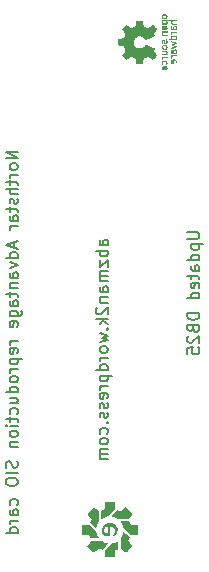
<source format=gbo>
%TF.GenerationSoftware,KiCad,Pcbnew,(6.0.0)*%
%TF.CreationDate,2022-03-13T20:59:25-04:00*%
%TF.ProjectId,Northstar SIO,4e6f7274-6873-4746-9172-2053494f2e6b,rev?*%
%TF.SameCoordinates,Original*%
%TF.FileFunction,Legend,Bot*%
%TF.FilePolarity,Positive*%
%FSLAX46Y46*%
G04 Gerber Fmt 4.6, Leading zero omitted, Abs format (unit mm)*
G04 Created by KiCad (PCBNEW (6.0.0)) date 2022-03-13 20:59:25*
%MOMM*%
%LPD*%
G01*
G04 APERTURE LIST*
%ADD10C,0.150000*%
%ADD11C,1.600000*%
%ADD12O,1.600000X1.600000*%
%ADD13R,1.600000X1.600000*%
%ADD14C,2.000000*%
%ADD15C,1.500000*%
%ADD16C,4.800000*%
%ADD17C,3.200000*%
%ADD18C,1.700000*%
%ADD19R,1.700000X7.400000*%
%ADD20R,1.700000X1.700000*%
%ADD21O,1.700000X1.700000*%
G04 APERTURE END LIST*
D10*
X91257380Y-63232142D02*
X90257380Y-63232142D01*
X91257380Y-63803571D01*
X90257380Y-63803571D01*
X91257380Y-64422619D02*
X91209761Y-64327380D01*
X91162142Y-64279761D01*
X91066904Y-64232142D01*
X90781190Y-64232142D01*
X90685952Y-64279761D01*
X90638333Y-64327380D01*
X90590714Y-64422619D01*
X90590714Y-64565476D01*
X90638333Y-64660714D01*
X90685952Y-64708333D01*
X90781190Y-64755952D01*
X91066904Y-64755952D01*
X91162142Y-64708333D01*
X91209761Y-64660714D01*
X91257380Y-64565476D01*
X91257380Y-64422619D01*
X91257380Y-65184523D02*
X90590714Y-65184523D01*
X90781190Y-65184523D02*
X90685952Y-65232142D01*
X90638333Y-65279761D01*
X90590714Y-65375000D01*
X90590714Y-65470238D01*
X90590714Y-65660714D02*
X90590714Y-66041666D01*
X90257380Y-65803571D02*
X91114523Y-65803571D01*
X91209761Y-65851190D01*
X91257380Y-65946428D01*
X91257380Y-66041666D01*
X91257380Y-66375000D02*
X90257380Y-66375000D01*
X91257380Y-66803571D02*
X90733571Y-66803571D01*
X90638333Y-66755952D01*
X90590714Y-66660714D01*
X90590714Y-66517857D01*
X90638333Y-66422619D01*
X90685952Y-66375000D01*
X91209761Y-67232142D02*
X91257380Y-67327380D01*
X91257380Y-67517857D01*
X91209761Y-67613095D01*
X91114523Y-67660714D01*
X91066904Y-67660714D01*
X90971666Y-67613095D01*
X90924047Y-67517857D01*
X90924047Y-67375000D01*
X90876428Y-67279761D01*
X90781190Y-67232142D01*
X90733571Y-67232142D01*
X90638333Y-67279761D01*
X90590714Y-67375000D01*
X90590714Y-67517857D01*
X90638333Y-67613095D01*
X90590714Y-67946428D02*
X90590714Y-68327380D01*
X90257380Y-68089285D02*
X91114523Y-68089285D01*
X91209761Y-68136904D01*
X91257380Y-68232142D01*
X91257380Y-68327380D01*
X91257380Y-69089285D02*
X90733571Y-69089285D01*
X90638333Y-69041666D01*
X90590714Y-68946428D01*
X90590714Y-68755952D01*
X90638333Y-68660714D01*
X91209761Y-69089285D02*
X91257380Y-68994047D01*
X91257380Y-68755952D01*
X91209761Y-68660714D01*
X91114523Y-68613095D01*
X91019285Y-68613095D01*
X90924047Y-68660714D01*
X90876428Y-68755952D01*
X90876428Y-68994047D01*
X90828809Y-69089285D01*
X91257380Y-69565476D02*
X90590714Y-69565476D01*
X90781190Y-69565476D02*
X90685952Y-69613095D01*
X90638333Y-69660714D01*
X90590714Y-69755952D01*
X90590714Y-69851190D01*
X90971666Y-70898809D02*
X90971666Y-71375000D01*
X91257380Y-70803571D02*
X90257380Y-71136904D01*
X91257380Y-71470238D01*
X91257380Y-72232142D02*
X90257380Y-72232142D01*
X91209761Y-72232142D02*
X91257380Y-72136904D01*
X91257380Y-71946428D01*
X91209761Y-71851190D01*
X91162142Y-71803571D01*
X91066904Y-71755952D01*
X90781190Y-71755952D01*
X90685952Y-71803571D01*
X90638333Y-71851190D01*
X90590714Y-71946428D01*
X90590714Y-72136904D01*
X90638333Y-72232142D01*
X90590714Y-72613095D02*
X91257380Y-72851190D01*
X90590714Y-73089285D01*
X91257380Y-73898809D02*
X90733571Y-73898809D01*
X90638333Y-73851190D01*
X90590714Y-73755952D01*
X90590714Y-73565476D01*
X90638333Y-73470238D01*
X91209761Y-73898809D02*
X91257380Y-73803571D01*
X91257380Y-73565476D01*
X91209761Y-73470238D01*
X91114523Y-73422619D01*
X91019285Y-73422619D01*
X90924047Y-73470238D01*
X90876428Y-73565476D01*
X90876428Y-73803571D01*
X90828809Y-73898809D01*
X90590714Y-74375000D02*
X91257380Y-74375000D01*
X90685952Y-74375000D02*
X90638333Y-74422619D01*
X90590714Y-74517857D01*
X90590714Y-74660714D01*
X90638333Y-74755952D01*
X90733571Y-74803571D01*
X91257380Y-74803571D01*
X90590714Y-75136904D02*
X90590714Y-75517857D01*
X90257380Y-75279761D02*
X91114523Y-75279761D01*
X91209761Y-75327380D01*
X91257380Y-75422619D01*
X91257380Y-75517857D01*
X91257380Y-76279761D02*
X90733571Y-76279761D01*
X90638333Y-76232142D01*
X90590714Y-76136904D01*
X90590714Y-75946428D01*
X90638333Y-75851190D01*
X91209761Y-76279761D02*
X91257380Y-76184523D01*
X91257380Y-75946428D01*
X91209761Y-75851190D01*
X91114523Y-75803571D01*
X91019285Y-75803571D01*
X90924047Y-75851190D01*
X90876428Y-75946428D01*
X90876428Y-76184523D01*
X90828809Y-76279761D01*
X90590714Y-77184523D02*
X91400238Y-77184523D01*
X91495476Y-77136904D01*
X91543095Y-77089285D01*
X91590714Y-76994047D01*
X91590714Y-76851190D01*
X91543095Y-76755952D01*
X91209761Y-77184523D02*
X91257380Y-77089285D01*
X91257380Y-76898809D01*
X91209761Y-76803571D01*
X91162142Y-76755952D01*
X91066904Y-76708333D01*
X90781190Y-76708333D01*
X90685952Y-76755952D01*
X90638333Y-76803571D01*
X90590714Y-76898809D01*
X90590714Y-77089285D01*
X90638333Y-77184523D01*
X91209761Y-78041666D02*
X91257380Y-77946428D01*
X91257380Y-77755952D01*
X91209761Y-77660714D01*
X91114523Y-77613095D01*
X90733571Y-77613095D01*
X90638333Y-77660714D01*
X90590714Y-77755952D01*
X90590714Y-77946428D01*
X90638333Y-78041666D01*
X90733571Y-78089285D01*
X90828809Y-78089285D01*
X90924047Y-77613095D01*
X91257380Y-79279761D02*
X90590714Y-79279761D01*
X90781190Y-79279761D02*
X90685952Y-79327380D01*
X90638333Y-79374999D01*
X90590714Y-79470238D01*
X90590714Y-79565476D01*
X91209761Y-80279761D02*
X91257380Y-80184523D01*
X91257380Y-79994047D01*
X91209761Y-79898809D01*
X91114523Y-79851190D01*
X90733571Y-79851190D01*
X90638333Y-79898809D01*
X90590714Y-79994047D01*
X90590714Y-80184523D01*
X90638333Y-80279761D01*
X90733571Y-80327380D01*
X90828809Y-80327380D01*
X90924047Y-79851190D01*
X90590714Y-80755952D02*
X91590714Y-80755952D01*
X90638333Y-80755952D02*
X90590714Y-80851190D01*
X90590714Y-81041666D01*
X90638333Y-81136904D01*
X90685952Y-81184523D01*
X90781190Y-81232142D01*
X91066904Y-81232142D01*
X91162142Y-81184523D01*
X91209761Y-81136904D01*
X91257380Y-81041666D01*
X91257380Y-80851190D01*
X91209761Y-80755952D01*
X91257380Y-81660714D02*
X90590714Y-81660714D01*
X90781190Y-81660714D02*
X90685952Y-81708333D01*
X90638333Y-81755952D01*
X90590714Y-81851190D01*
X90590714Y-81946428D01*
X91257380Y-82422619D02*
X91209761Y-82327380D01*
X91162142Y-82279761D01*
X91066904Y-82232142D01*
X90781190Y-82232142D01*
X90685952Y-82279761D01*
X90638333Y-82327380D01*
X90590714Y-82422619D01*
X90590714Y-82565476D01*
X90638333Y-82660714D01*
X90685952Y-82708333D01*
X90781190Y-82755952D01*
X91066904Y-82755952D01*
X91162142Y-82708333D01*
X91209761Y-82660714D01*
X91257380Y-82565476D01*
X91257380Y-82422619D01*
X91257380Y-83613095D02*
X90257380Y-83613095D01*
X91209761Y-83613095D02*
X91257380Y-83517857D01*
X91257380Y-83327380D01*
X91209761Y-83232142D01*
X91162142Y-83184523D01*
X91066904Y-83136904D01*
X90781190Y-83136904D01*
X90685952Y-83184523D01*
X90638333Y-83232142D01*
X90590714Y-83327380D01*
X90590714Y-83517857D01*
X90638333Y-83613095D01*
X90590714Y-84517857D02*
X91257380Y-84517857D01*
X90590714Y-84089285D02*
X91114523Y-84089285D01*
X91209761Y-84136904D01*
X91257380Y-84232142D01*
X91257380Y-84374999D01*
X91209761Y-84470238D01*
X91162142Y-84517857D01*
X91209761Y-85422619D02*
X91257380Y-85327380D01*
X91257380Y-85136904D01*
X91209761Y-85041666D01*
X91162142Y-84994047D01*
X91066904Y-84946428D01*
X90781190Y-84946428D01*
X90685952Y-84994047D01*
X90638333Y-85041666D01*
X90590714Y-85136904D01*
X90590714Y-85327380D01*
X90638333Y-85422619D01*
X90590714Y-85708333D02*
X90590714Y-86089285D01*
X90257380Y-85851190D02*
X91114523Y-85851190D01*
X91209761Y-85898809D01*
X91257380Y-85994047D01*
X91257380Y-86089285D01*
X91257380Y-86422619D02*
X90590714Y-86422619D01*
X90257380Y-86422619D02*
X90305000Y-86374999D01*
X90352619Y-86422619D01*
X90305000Y-86470238D01*
X90257380Y-86422619D01*
X90352619Y-86422619D01*
X91257380Y-87041666D02*
X91209761Y-86946428D01*
X91162142Y-86898809D01*
X91066904Y-86851190D01*
X90781190Y-86851190D01*
X90685952Y-86898809D01*
X90638333Y-86946428D01*
X90590714Y-87041666D01*
X90590714Y-87184523D01*
X90638333Y-87279761D01*
X90685952Y-87327380D01*
X90781190Y-87374999D01*
X91066904Y-87374999D01*
X91162142Y-87327380D01*
X91209761Y-87279761D01*
X91257380Y-87184523D01*
X91257380Y-87041666D01*
X90590714Y-87803571D02*
X91257380Y-87803571D01*
X90685952Y-87803571D02*
X90638333Y-87851190D01*
X90590714Y-87946428D01*
X90590714Y-88089285D01*
X90638333Y-88184523D01*
X90733571Y-88232142D01*
X91257380Y-88232142D01*
X91209761Y-89422619D02*
X91257380Y-89565476D01*
X91257380Y-89803571D01*
X91209761Y-89898809D01*
X91162142Y-89946428D01*
X91066904Y-89994047D01*
X90971666Y-89994047D01*
X90876428Y-89946428D01*
X90828809Y-89898809D01*
X90781190Y-89803571D01*
X90733571Y-89613095D01*
X90685952Y-89517857D01*
X90638333Y-89470238D01*
X90543095Y-89422619D01*
X90447857Y-89422619D01*
X90352619Y-89470238D01*
X90305000Y-89517857D01*
X90257380Y-89613095D01*
X90257380Y-89851190D01*
X90305000Y-89994047D01*
X91257380Y-90422619D02*
X90257380Y-90422619D01*
X90257380Y-91089285D02*
X90257380Y-91279761D01*
X90305000Y-91374999D01*
X90400238Y-91470238D01*
X90590714Y-91517857D01*
X90924047Y-91517857D01*
X91114523Y-91470238D01*
X91209761Y-91374999D01*
X91257380Y-91279761D01*
X91257380Y-91089285D01*
X91209761Y-90994047D01*
X91114523Y-90898809D01*
X90924047Y-90851190D01*
X90590714Y-90851190D01*
X90400238Y-90898809D01*
X90305000Y-90994047D01*
X90257380Y-91089285D01*
X91209761Y-93136904D02*
X91257380Y-93041666D01*
X91257380Y-92851190D01*
X91209761Y-92755952D01*
X91162142Y-92708333D01*
X91066904Y-92660714D01*
X90781190Y-92660714D01*
X90685952Y-92708333D01*
X90638333Y-92755952D01*
X90590714Y-92851190D01*
X90590714Y-93041666D01*
X90638333Y-93136904D01*
X91257380Y-93994047D02*
X90733571Y-93994047D01*
X90638333Y-93946428D01*
X90590714Y-93851190D01*
X90590714Y-93660714D01*
X90638333Y-93565476D01*
X91209761Y-93994047D02*
X91257380Y-93898809D01*
X91257380Y-93660714D01*
X91209761Y-93565476D01*
X91114523Y-93517857D01*
X91019285Y-93517857D01*
X90924047Y-93565476D01*
X90876428Y-93660714D01*
X90876428Y-93898809D01*
X90828809Y-93994047D01*
X91257380Y-94470238D02*
X90590714Y-94470238D01*
X90781190Y-94470238D02*
X90685952Y-94517857D01*
X90638333Y-94565476D01*
X90590714Y-94660714D01*
X90590714Y-94755952D01*
X91257380Y-95517857D02*
X90257380Y-95517857D01*
X91209761Y-95517857D02*
X91257380Y-95422619D01*
X91257380Y-95232142D01*
X91209761Y-95136904D01*
X91162142Y-95089285D01*
X91066904Y-95041666D01*
X90781190Y-95041666D01*
X90685952Y-95089285D01*
X90638333Y-95136904D01*
X90590714Y-95232142D01*
X90590714Y-95422619D01*
X90638333Y-95517857D01*
X98877380Y-71152857D02*
X98353571Y-71152857D01*
X98258333Y-71105238D01*
X98210714Y-71010000D01*
X98210714Y-70819523D01*
X98258333Y-70724285D01*
X98829761Y-71152857D02*
X98877380Y-71057619D01*
X98877380Y-70819523D01*
X98829761Y-70724285D01*
X98734523Y-70676666D01*
X98639285Y-70676666D01*
X98544047Y-70724285D01*
X98496428Y-70819523D01*
X98496428Y-71057619D01*
X98448809Y-71152857D01*
X98877380Y-71629047D02*
X97877380Y-71629047D01*
X98258333Y-71629047D02*
X98210714Y-71724285D01*
X98210714Y-71914761D01*
X98258333Y-72010000D01*
X98305952Y-72057619D01*
X98401190Y-72105238D01*
X98686904Y-72105238D01*
X98782142Y-72057619D01*
X98829761Y-72010000D01*
X98877380Y-71914761D01*
X98877380Y-71724285D01*
X98829761Y-71629047D01*
X98210714Y-72438571D02*
X98210714Y-72962380D01*
X98877380Y-72438571D01*
X98877380Y-72962380D01*
X98877380Y-73343333D02*
X98210714Y-73343333D01*
X98305952Y-73343333D02*
X98258333Y-73390952D01*
X98210714Y-73486190D01*
X98210714Y-73629047D01*
X98258333Y-73724285D01*
X98353571Y-73771904D01*
X98877380Y-73771904D01*
X98353571Y-73771904D02*
X98258333Y-73819523D01*
X98210714Y-73914761D01*
X98210714Y-74057619D01*
X98258333Y-74152857D01*
X98353571Y-74200476D01*
X98877380Y-74200476D01*
X98877380Y-75105238D02*
X98353571Y-75105238D01*
X98258333Y-75057619D01*
X98210714Y-74962380D01*
X98210714Y-74771904D01*
X98258333Y-74676666D01*
X98829761Y-75105238D02*
X98877380Y-75010000D01*
X98877380Y-74771904D01*
X98829761Y-74676666D01*
X98734523Y-74629047D01*
X98639285Y-74629047D01*
X98544047Y-74676666D01*
X98496428Y-74771904D01*
X98496428Y-75010000D01*
X98448809Y-75105238D01*
X98210714Y-75581428D02*
X98877380Y-75581428D01*
X98305952Y-75581428D02*
X98258333Y-75629047D01*
X98210714Y-75724285D01*
X98210714Y-75867142D01*
X98258333Y-75962380D01*
X98353571Y-76010000D01*
X98877380Y-76010000D01*
X97972619Y-76438571D02*
X97925000Y-76486190D01*
X97877380Y-76581428D01*
X97877380Y-76819523D01*
X97925000Y-76914761D01*
X97972619Y-76962380D01*
X98067857Y-77010000D01*
X98163095Y-77010000D01*
X98305952Y-76962380D01*
X98877380Y-76390952D01*
X98877380Y-77010000D01*
X98877380Y-77438571D02*
X97877380Y-77438571D01*
X98496428Y-77533809D02*
X98877380Y-77819523D01*
X98210714Y-77819523D02*
X98591666Y-77438571D01*
X98782142Y-78248095D02*
X98829761Y-78295714D01*
X98877380Y-78248095D01*
X98829761Y-78200476D01*
X98782142Y-78248095D01*
X98877380Y-78248095D01*
X98210714Y-78629047D02*
X98877380Y-78819523D01*
X98401190Y-79010000D01*
X98877380Y-79200476D01*
X98210714Y-79390952D01*
X98877380Y-79914761D02*
X98829761Y-79819523D01*
X98782142Y-79771904D01*
X98686904Y-79724285D01*
X98401190Y-79724285D01*
X98305952Y-79771904D01*
X98258333Y-79819523D01*
X98210714Y-79914761D01*
X98210714Y-80057619D01*
X98258333Y-80152857D01*
X98305952Y-80200476D01*
X98401190Y-80248095D01*
X98686904Y-80248095D01*
X98782142Y-80200476D01*
X98829761Y-80152857D01*
X98877380Y-80057619D01*
X98877380Y-79914761D01*
X98877380Y-80676666D02*
X98210714Y-80676666D01*
X98401190Y-80676666D02*
X98305952Y-80724285D01*
X98258333Y-80771904D01*
X98210714Y-80867142D01*
X98210714Y-80962380D01*
X98877380Y-81724285D02*
X97877380Y-81724285D01*
X98829761Y-81724285D02*
X98877380Y-81629047D01*
X98877380Y-81438571D01*
X98829761Y-81343333D01*
X98782142Y-81295714D01*
X98686904Y-81248095D01*
X98401190Y-81248095D01*
X98305952Y-81295714D01*
X98258333Y-81343333D01*
X98210714Y-81438571D01*
X98210714Y-81629047D01*
X98258333Y-81724285D01*
X98210714Y-82200476D02*
X99210714Y-82200476D01*
X98258333Y-82200476D02*
X98210714Y-82295714D01*
X98210714Y-82486190D01*
X98258333Y-82581428D01*
X98305952Y-82629047D01*
X98401190Y-82676666D01*
X98686904Y-82676666D01*
X98782142Y-82629047D01*
X98829761Y-82581428D01*
X98877380Y-82486190D01*
X98877380Y-82295714D01*
X98829761Y-82200476D01*
X98877380Y-83105238D02*
X98210714Y-83105238D01*
X98401190Y-83105238D02*
X98305952Y-83152857D01*
X98258333Y-83200476D01*
X98210714Y-83295714D01*
X98210714Y-83390952D01*
X98829761Y-84105238D02*
X98877380Y-84010000D01*
X98877380Y-83819523D01*
X98829761Y-83724285D01*
X98734523Y-83676666D01*
X98353571Y-83676666D01*
X98258333Y-83724285D01*
X98210714Y-83819523D01*
X98210714Y-84010000D01*
X98258333Y-84105238D01*
X98353571Y-84152857D01*
X98448809Y-84152857D01*
X98544047Y-83676666D01*
X98829761Y-84533809D02*
X98877380Y-84629047D01*
X98877380Y-84819523D01*
X98829761Y-84914761D01*
X98734523Y-84962380D01*
X98686904Y-84962380D01*
X98591666Y-84914761D01*
X98544047Y-84819523D01*
X98544047Y-84676666D01*
X98496428Y-84581428D01*
X98401190Y-84533809D01*
X98353571Y-84533809D01*
X98258333Y-84581428D01*
X98210714Y-84676666D01*
X98210714Y-84819523D01*
X98258333Y-84914761D01*
X98829761Y-85343333D02*
X98877380Y-85438571D01*
X98877380Y-85629047D01*
X98829761Y-85724285D01*
X98734523Y-85771904D01*
X98686904Y-85771904D01*
X98591666Y-85724285D01*
X98544047Y-85629047D01*
X98544047Y-85486190D01*
X98496428Y-85390952D01*
X98401190Y-85343333D01*
X98353571Y-85343333D01*
X98258333Y-85390952D01*
X98210714Y-85486190D01*
X98210714Y-85629047D01*
X98258333Y-85724285D01*
X98782142Y-86200476D02*
X98829761Y-86248095D01*
X98877380Y-86200476D01*
X98829761Y-86152857D01*
X98782142Y-86200476D01*
X98877380Y-86200476D01*
X98829761Y-87105238D02*
X98877380Y-87010000D01*
X98877380Y-86819523D01*
X98829761Y-86724285D01*
X98782142Y-86676666D01*
X98686904Y-86629047D01*
X98401190Y-86629047D01*
X98305952Y-86676666D01*
X98258333Y-86724285D01*
X98210714Y-86819523D01*
X98210714Y-87010000D01*
X98258333Y-87105238D01*
X98877380Y-87676666D02*
X98829761Y-87581428D01*
X98782142Y-87533809D01*
X98686904Y-87486190D01*
X98401190Y-87486190D01*
X98305952Y-87533809D01*
X98258333Y-87581428D01*
X98210714Y-87676666D01*
X98210714Y-87819523D01*
X98258333Y-87914761D01*
X98305952Y-87962380D01*
X98401190Y-88010000D01*
X98686904Y-88010000D01*
X98782142Y-87962380D01*
X98829761Y-87914761D01*
X98877380Y-87819523D01*
X98877380Y-87676666D01*
X98877380Y-88438571D02*
X98210714Y-88438571D01*
X98305952Y-88438571D02*
X98258333Y-88486190D01*
X98210714Y-88581428D01*
X98210714Y-88724285D01*
X98258333Y-88819523D01*
X98353571Y-88867142D01*
X98877380Y-88867142D01*
X98353571Y-88867142D02*
X98258333Y-88914761D01*
X98210714Y-89010000D01*
X98210714Y-89152857D01*
X98258333Y-89248095D01*
X98353571Y-89295714D01*
X98877380Y-89295714D01*
X105624380Y-70041142D02*
X106433904Y-70041142D01*
X106529142Y-70088761D01*
X106576761Y-70136380D01*
X106624380Y-70231619D01*
X106624380Y-70422095D01*
X106576761Y-70517333D01*
X106529142Y-70564952D01*
X106433904Y-70612571D01*
X105624380Y-70612571D01*
X105957714Y-71088761D02*
X106957714Y-71088761D01*
X106005333Y-71088761D02*
X105957714Y-71184000D01*
X105957714Y-71374476D01*
X106005333Y-71469714D01*
X106052952Y-71517333D01*
X106148190Y-71564952D01*
X106433904Y-71564952D01*
X106529142Y-71517333D01*
X106576761Y-71469714D01*
X106624380Y-71374476D01*
X106624380Y-71184000D01*
X106576761Y-71088761D01*
X106624380Y-72422095D02*
X105624380Y-72422095D01*
X106576761Y-72422095D02*
X106624380Y-72326857D01*
X106624380Y-72136380D01*
X106576761Y-72041142D01*
X106529142Y-71993523D01*
X106433904Y-71945904D01*
X106148190Y-71945904D01*
X106052952Y-71993523D01*
X106005333Y-72041142D01*
X105957714Y-72136380D01*
X105957714Y-72326857D01*
X106005333Y-72422095D01*
X106624380Y-73326857D02*
X106100571Y-73326857D01*
X106005333Y-73279238D01*
X105957714Y-73184000D01*
X105957714Y-72993523D01*
X106005333Y-72898285D01*
X106576761Y-73326857D02*
X106624380Y-73231619D01*
X106624380Y-72993523D01*
X106576761Y-72898285D01*
X106481523Y-72850666D01*
X106386285Y-72850666D01*
X106291047Y-72898285D01*
X106243428Y-72993523D01*
X106243428Y-73231619D01*
X106195809Y-73326857D01*
X105957714Y-73660190D02*
X105957714Y-74041142D01*
X105624380Y-73803047D02*
X106481523Y-73803047D01*
X106576761Y-73850666D01*
X106624380Y-73945904D01*
X106624380Y-74041142D01*
X106576761Y-74755428D02*
X106624380Y-74660190D01*
X106624380Y-74469714D01*
X106576761Y-74374476D01*
X106481523Y-74326857D01*
X106100571Y-74326857D01*
X106005333Y-74374476D01*
X105957714Y-74469714D01*
X105957714Y-74660190D01*
X106005333Y-74755428D01*
X106100571Y-74803047D01*
X106195809Y-74803047D01*
X106291047Y-74326857D01*
X106624380Y-75660190D02*
X105624380Y-75660190D01*
X106576761Y-75660190D02*
X106624380Y-75564952D01*
X106624380Y-75374476D01*
X106576761Y-75279238D01*
X106529142Y-75231619D01*
X106433904Y-75184000D01*
X106148190Y-75184000D01*
X106052952Y-75231619D01*
X106005333Y-75279238D01*
X105957714Y-75374476D01*
X105957714Y-75564952D01*
X106005333Y-75660190D01*
X106624380Y-76898285D02*
X105624380Y-76898285D01*
X105624380Y-77136380D01*
X105672000Y-77279238D01*
X105767238Y-77374476D01*
X105862476Y-77422095D01*
X106052952Y-77469714D01*
X106195809Y-77469714D01*
X106386285Y-77422095D01*
X106481523Y-77374476D01*
X106576761Y-77279238D01*
X106624380Y-77136380D01*
X106624380Y-76898285D01*
X106100571Y-78231619D02*
X106148190Y-78374476D01*
X106195809Y-78422095D01*
X106291047Y-78469714D01*
X106433904Y-78469714D01*
X106529142Y-78422095D01*
X106576761Y-78374476D01*
X106624380Y-78279238D01*
X106624380Y-77898285D01*
X105624380Y-77898285D01*
X105624380Y-78231619D01*
X105672000Y-78326857D01*
X105719619Y-78374476D01*
X105814857Y-78422095D01*
X105910095Y-78422095D01*
X106005333Y-78374476D01*
X106052952Y-78326857D01*
X106100571Y-78231619D01*
X106100571Y-77898285D01*
X105719619Y-78850666D02*
X105672000Y-78898285D01*
X105624380Y-78993523D01*
X105624380Y-79231619D01*
X105672000Y-79326857D01*
X105719619Y-79374476D01*
X105814857Y-79422095D01*
X105910095Y-79422095D01*
X106052952Y-79374476D01*
X106624380Y-78803047D01*
X106624380Y-79422095D01*
X105624380Y-80326857D02*
X105624380Y-79850666D01*
X106100571Y-79803047D01*
X106052952Y-79850666D01*
X106005333Y-79945904D01*
X106005333Y-80184000D01*
X106052952Y-80279238D01*
X106100571Y-80326857D01*
X106195809Y-80374476D01*
X106433904Y-80374476D01*
X106529142Y-80326857D01*
X106576761Y-80279238D01*
X106624380Y-80184000D01*
X106624380Y-79945904D01*
X106576761Y-79850666D01*
X106529142Y-79803047D01*
%TO.C,G\u002A\u002A\u002A*%
G36*
X103755644Y-51601611D02*
G01*
X103799692Y-51608113D01*
X103836065Y-51619568D01*
X103866840Y-51636617D01*
X103894091Y-51659899D01*
X103908032Y-51675457D01*
X103933863Y-51716470D01*
X103948036Y-51761458D01*
X103950788Y-51796686D01*
X103948121Y-51837255D01*
X103940277Y-51874483D01*
X103929783Y-51900070D01*
X103904732Y-51937097D01*
X103871289Y-51968178D01*
X103831896Y-51990695D01*
X103818802Y-51995041D01*
X103787798Y-52001031D01*
X103749595Y-52004834D01*
X103707443Y-52006445D01*
X103664595Y-52005863D01*
X103624300Y-52003084D01*
X103589811Y-51998106D01*
X103564377Y-51990926D01*
X103544878Y-51981497D01*
X103507228Y-51954243D01*
X103477967Y-51919871D01*
X103457456Y-51880176D01*
X103446056Y-51836955D01*
X103445199Y-51816961D01*
X103547361Y-51816961D01*
X103555271Y-51846431D01*
X103572171Y-51872162D01*
X103598059Y-51891675D01*
X103610271Y-51897328D01*
X103624273Y-51901657D01*
X103641421Y-51904189D01*
X103664832Y-51905359D01*
X103697622Y-51905604D01*
X103726827Y-51904991D01*
X103766015Y-51901390D01*
X103795494Y-51894182D01*
X103816791Y-51882929D01*
X103831431Y-51867193D01*
X103831454Y-51867158D01*
X103844496Y-51837301D01*
X103848697Y-51804090D01*
X103844083Y-51771617D01*
X103830678Y-51743969D01*
X103823094Y-51734509D01*
X103808574Y-51721023D01*
X103791180Y-51711830D01*
X103768524Y-51706187D01*
X103738214Y-51703347D01*
X103697860Y-51702566D01*
X103694198Y-51702568D01*
X103661228Y-51702882D01*
X103637807Y-51703976D01*
X103621236Y-51706198D01*
X103608818Y-51709893D01*
X103597856Y-51715407D01*
X103577609Y-51730882D01*
X103558528Y-51756709D01*
X103548446Y-51786228D01*
X103547361Y-51816961D01*
X103445199Y-51816961D01*
X103444129Y-51792003D01*
X103452034Y-51747116D01*
X103470134Y-51704089D01*
X103498789Y-51664719D01*
X103507975Y-51655248D01*
X103534849Y-51633249D01*
X103565103Y-51617378D01*
X103600908Y-51606924D01*
X103644437Y-51601174D01*
X103697860Y-51599416D01*
X103701846Y-51599424D01*
X103755644Y-51601611D01*
G37*
G36*
X104447044Y-55411669D02*
G01*
X104502588Y-55410588D01*
X104555463Y-55416521D01*
X104602828Y-55428988D01*
X104641842Y-55447506D01*
X104663242Y-55462364D01*
X104690475Y-55488273D01*
X104710912Y-55519568D01*
X104727229Y-55559765D01*
X104732181Y-55581808D01*
X104734604Y-55617902D01*
X104732480Y-55657094D01*
X104726135Y-55694620D01*
X104715895Y-55725716D01*
X104712955Y-55731807D01*
X104700974Y-55752925D01*
X104687124Y-55773413D01*
X104673394Y-55790698D01*
X104661774Y-55802209D01*
X104654256Y-55805374D01*
X104654097Y-55805301D01*
X104647625Y-55799471D01*
X104635762Y-55786777D01*
X104620952Y-55769828D01*
X104592278Y-55736080D01*
X104607629Y-55717837D01*
X104621108Y-55696300D01*
X104632553Y-55666054D01*
X104638929Y-55634311D01*
X104638702Y-55606567D01*
X104627814Y-55573449D01*
X104607784Y-55545246D01*
X104580845Y-55524956D01*
X104549091Y-55514723D01*
X104523063Y-55511232D01*
X104523063Y-55820777D01*
X104451836Y-55818051D01*
X104446763Y-55817853D01*
X104415901Y-55816280D01*
X104393369Y-55813949D01*
X104375495Y-55810105D01*
X104358609Y-55803994D01*
X104339040Y-55794860D01*
X104303225Y-55772934D01*
X104269336Y-55739865D01*
X104245766Y-55699924D01*
X104232762Y-55653552D01*
X104231518Y-55623808D01*
X104324240Y-55623808D01*
X104332018Y-55656408D01*
X104350292Y-55683100D01*
X104378287Y-55702943D01*
X104415224Y-55714995D01*
X104435541Y-55718867D01*
X104435541Y-55511232D01*
X104409513Y-55514723D01*
X104378679Y-55523919D01*
X104352012Y-55543280D01*
X104333467Y-55570879D01*
X104324577Y-55605083D01*
X104324240Y-55623808D01*
X104231518Y-55623808D01*
X104230572Y-55601192D01*
X104231027Y-55594924D01*
X104240742Y-55546421D01*
X104260773Y-55504701D01*
X104290736Y-55470117D01*
X104330243Y-55443023D01*
X104378909Y-55423771D01*
X104435541Y-55412871D01*
X104436349Y-55412715D01*
X104447044Y-55411669D01*
G37*
G36*
X103635344Y-54690833D02*
G01*
X103641771Y-54690835D01*
X103693487Y-54690886D01*
X103734436Y-54691080D01*
X103766183Y-54691523D01*
X103790292Y-54692318D01*
X103808328Y-54693569D01*
X103821855Y-54695383D01*
X103832436Y-54697862D01*
X103841638Y-54701111D01*
X103851022Y-54705235D01*
X103868573Y-54714395D01*
X103904845Y-54742647D01*
X103931638Y-54778802D01*
X103948307Y-54822083D01*
X103950289Y-54831687D01*
X103951291Y-54873322D01*
X103940917Y-54915748D01*
X103919650Y-54956699D01*
X103898754Y-54987749D01*
X103947921Y-54987749D01*
X103947921Y-55087774D01*
X103447798Y-55087774D01*
X103447798Y-54987749D01*
X103609014Y-54987749D01*
X103630468Y-54987744D01*
X103675131Y-54987644D01*
X103709655Y-54987321D01*
X103735721Y-54986649D01*
X103755008Y-54985504D01*
X103769197Y-54983759D01*
X103779969Y-54981291D01*
X103789003Y-54977974D01*
X103797980Y-54973683D01*
X103806387Y-54969032D01*
X103830627Y-54948314D01*
X103844554Y-54921195D01*
X103848845Y-54886515D01*
X103848738Y-54881631D01*
X103844097Y-54853753D01*
X103831186Y-54831121D01*
X103807994Y-54809967D01*
X103804993Y-54807831D01*
X103798882Y-54804445D01*
X103790918Y-54801814D01*
X103779580Y-54799819D01*
X103763346Y-54798342D01*
X103740694Y-54797263D01*
X103710104Y-54796463D01*
X103670054Y-54795826D01*
X103619023Y-54795230D01*
X103447302Y-54793384D01*
X103449113Y-54742092D01*
X103450924Y-54690801D01*
X103635344Y-54690833D01*
G37*
G36*
X104630740Y-52565723D02*
G01*
X104650757Y-52574078D01*
X104682802Y-52597420D01*
X104708586Y-52630089D01*
X104726616Y-52670455D01*
X104732020Y-52695842D01*
X104734812Y-52730582D01*
X104733875Y-52765599D01*
X104729088Y-52794828D01*
X104728657Y-52796309D01*
X104719380Y-52817683D01*
X104706687Y-52837026D01*
X104690743Y-52855975D01*
X104729364Y-52855975D01*
X104729364Y-52963349D01*
X104540255Y-52960792D01*
X104537355Y-52960753D01*
X104476620Y-52959725D01*
X104427473Y-52958452D01*
X104389040Y-52956887D01*
X104360444Y-52954988D01*
X104340811Y-52952708D01*
X104329265Y-52950002D01*
X104301681Y-52936557D01*
X104272763Y-52911718D01*
X104250477Y-52877099D01*
X104246171Y-52867947D01*
X104239373Y-52850213D01*
X104234986Y-52831330D01*
X104232268Y-52807514D01*
X104230479Y-52774980D01*
X104229870Y-52748568D01*
X104232008Y-52704985D01*
X104239034Y-52669575D01*
X104251543Y-52639909D01*
X104270132Y-52613560D01*
X104279729Y-52602830D01*
X104291123Y-52591539D01*
X104297491Y-52587159D01*
X104298031Y-52587307D01*
X104304955Y-52593389D01*
X104316767Y-52606604D01*
X104331248Y-52624496D01*
X104360244Y-52661834D01*
X104345518Y-52677723D01*
X104338351Y-52686730D01*
X104329342Y-52705847D01*
X104324474Y-52731413D01*
X104323014Y-52766310D01*
X104323657Y-52781706D01*
X104329125Y-52811852D01*
X104339349Y-52835268D01*
X104353331Y-52849220D01*
X104360205Y-52851660D01*
X104378354Y-52854762D01*
X104400065Y-52855975D01*
X104434179Y-52855975D01*
X104522094Y-52855975D01*
X104557272Y-52855975D01*
X104571452Y-52855396D01*
X104599494Y-52850275D01*
X104620439Y-52840665D01*
X104631712Y-52827549D01*
X104632600Y-52824845D01*
X104635827Y-52806831D01*
X104637946Y-52781829D01*
X104638796Y-52754293D01*
X104638214Y-52728672D01*
X104636036Y-52709418D01*
X104633911Y-52701359D01*
X104621711Y-52678535D01*
X104603733Y-52663156D01*
X104582599Y-52656257D01*
X104560929Y-52658873D01*
X104541344Y-52672039D01*
X104535676Y-52678659D01*
X104531213Y-52686613D01*
X104528238Y-52697551D01*
X104526340Y-52713852D01*
X104525111Y-52737897D01*
X104524141Y-52772063D01*
X104522094Y-52855975D01*
X104434179Y-52855975D01*
X104436805Y-52763765D01*
X104438565Y-52720996D01*
X104441623Y-52686170D01*
X104446508Y-52659320D01*
X104453814Y-52638137D01*
X104464137Y-52620312D01*
X104478071Y-52603538D01*
X104490966Y-52592051D01*
X104522197Y-52574497D01*
X104558625Y-52563583D01*
X104582599Y-52561501D01*
X104596167Y-52560322D01*
X104630740Y-52565723D01*
G37*
G36*
X104572442Y-53409886D02*
G01*
X104594143Y-53410897D01*
X104610095Y-53412615D01*
X104622291Y-53415223D01*
X104632724Y-53418907D01*
X104643388Y-53423851D01*
X104650791Y-53427805D01*
X104682005Y-53451302D01*
X104708135Y-53481657D01*
X104725505Y-53514795D01*
X104727243Y-53520202D01*
X104732683Y-53545154D01*
X104735122Y-53569978D01*
X104734651Y-53581487D01*
X104729859Y-53609078D01*
X104721148Y-53637305D01*
X104710019Y-53661795D01*
X104697975Y-53678171D01*
X104693290Y-53682648D01*
X104686470Y-53692775D01*
X104691086Y-53698274D01*
X104707483Y-53699932D01*
X104729364Y-53699932D01*
X104729364Y-53799957D01*
X104028665Y-53799957D01*
X104030491Y-53751508D01*
X104032317Y-53703058D01*
X104155785Y-53701363D01*
X104162201Y-53701268D01*
X104199317Y-53700420D01*
X104231464Y-53699193D01*
X104256758Y-53697695D01*
X104273315Y-53696033D01*
X104279253Y-53694314D01*
X104277273Y-53689540D01*
X104268881Y-53680380D01*
X104265796Y-53677526D01*
X104252342Y-53658405D01*
X104240674Y-53632133D01*
X104234874Y-53611662D01*
X104329486Y-53611662D01*
X104336665Y-53640259D01*
X104352231Y-53665249D01*
X104376152Y-53683875D01*
X104377958Y-53684794D01*
X104390206Y-53690003D01*
X104404052Y-53693476D01*
X104422222Y-53695547D01*
X104447439Y-53696546D01*
X104482428Y-53696805D01*
X104484233Y-53696804D01*
X104526573Y-53695976D01*
X104558550Y-53693121D01*
X104582164Y-53687537D01*
X104599413Y-53678519D01*
X104612296Y-53665363D01*
X104622811Y-53647365D01*
X104630832Y-53627004D01*
X104634449Y-53596227D01*
X104627097Y-53563451D01*
X104624566Y-53557281D01*
X104609740Y-53536431D01*
X104586685Y-53521300D01*
X104554552Y-53511603D01*
X104512486Y-53507056D01*
X104459638Y-53507372D01*
X104424000Y-53509862D01*
X104393902Y-53514445D01*
X104374312Y-53521028D01*
X104358578Y-53531776D01*
X104340411Y-53554665D01*
X104330724Y-53582212D01*
X104329486Y-53611662D01*
X104234874Y-53611662D01*
X104232443Y-53603083D01*
X104229302Y-53575627D01*
X104229433Y-53566283D01*
X104234481Y-53527105D01*
X104247925Y-53493730D01*
X104271230Y-53462188D01*
X104286443Y-53446274D01*
X104301465Y-53433704D01*
X104317877Y-53424322D01*
X104337528Y-53417671D01*
X104362270Y-53413295D01*
X104393955Y-53410735D01*
X104434432Y-53409534D01*
X104485554Y-53409236D01*
X104503820Y-53409244D01*
X104512486Y-53409278D01*
X104542999Y-53409396D01*
X104572442Y-53409886D01*
G37*
G36*
X103771582Y-54202654D02*
G01*
X103809055Y-54208981D01*
X103837669Y-54218063D01*
X103875762Y-54241048D01*
X103909331Y-54274489D01*
X103933832Y-54315169D01*
X103947858Y-54361256D01*
X103949265Y-54371045D01*
X103950441Y-54410970D01*
X103945546Y-54451214D01*
X103935182Y-54485858D01*
X103920797Y-54511615D01*
X103894539Y-54543392D01*
X103863013Y-54570370D01*
X103830035Y-54588811D01*
X103819799Y-54592674D01*
X103804735Y-54597143D01*
X103788039Y-54600118D01*
X103766993Y-54601898D01*
X103738881Y-54602784D01*
X103700986Y-54603076D01*
X103687509Y-54603061D01*
X103642476Y-54601988D01*
X103606867Y-54598824D01*
X103578289Y-54592932D01*
X103554350Y-54583676D01*
X103532655Y-54570421D01*
X103510813Y-54552529D01*
X103481796Y-54520192D01*
X103459438Y-54479966D01*
X103446922Y-54436715D01*
X103444733Y-54403771D01*
X103547823Y-54403771D01*
X103547825Y-54404487D01*
X103553568Y-54439170D01*
X103570289Y-54467888D01*
X103597856Y-54490414D01*
X103598891Y-54491015D01*
X103609874Y-54496345D01*
X103622566Y-54499888D01*
X103639662Y-54501989D01*
X103663861Y-54502996D01*
X103697860Y-54503255D01*
X103720778Y-54503048D01*
X103755510Y-54501256D01*
X103781462Y-54497008D01*
X103801017Y-54489564D01*
X103816558Y-54478187D01*
X103830466Y-54462136D01*
X103841316Y-54443176D01*
X103848735Y-54410133D01*
X103844881Y-54373593D01*
X103844820Y-54373355D01*
X103835895Y-54347675D01*
X103822919Y-54328484D01*
X103804248Y-54314962D01*
X103778237Y-54306290D01*
X103743243Y-54301648D01*
X103697622Y-54300217D01*
X103668170Y-54300393D01*
X103643809Y-54301430D01*
X103626081Y-54303778D01*
X103611870Y-54307871D01*
X103598059Y-54314146D01*
X103590788Y-54318209D01*
X103566670Y-54339344D01*
X103552473Y-54367643D01*
X103547823Y-54403771D01*
X103444733Y-54403771D01*
X103443968Y-54392257D01*
X103450294Y-54348414D01*
X103465621Y-54307002D01*
X103489667Y-54269843D01*
X103522152Y-54238754D01*
X103562796Y-54215555D01*
X103568404Y-54213405D01*
X103600000Y-54205502D01*
X103639460Y-54200506D01*
X103683440Y-54198386D01*
X103697622Y-54198614D01*
X103728596Y-54199112D01*
X103771582Y-54202654D01*
G37*
G36*
X103862685Y-53719020D02*
G01*
X103871242Y-53726159D01*
X103883355Y-53741168D01*
X103897200Y-53761422D01*
X103910956Y-53784295D01*
X103922800Y-53807164D01*
X103931572Y-53828134D01*
X103941252Y-53856655D01*
X103947356Y-53881227D01*
X103949276Y-53893821D01*
X103951589Y-53944133D01*
X103945800Y-53992563D01*
X103932634Y-54037152D01*
X103912812Y-54075943D01*
X103887060Y-54106979D01*
X103856098Y-54128302D01*
X103828604Y-54136763D01*
X103792819Y-54139401D01*
X103756406Y-54135066D01*
X103724383Y-54123924D01*
X103722092Y-54122725D01*
X103699241Y-54107663D01*
X103681351Y-54088596D01*
X103667699Y-54063838D01*
X103657565Y-54031705D01*
X103650225Y-53990511D01*
X103644958Y-53938572D01*
X103644950Y-53938470D01*
X103641876Y-53912941D01*
X103637231Y-53889993D01*
X103632017Y-53874585D01*
X103622077Y-53861354D01*
X103604409Y-53851969D01*
X103584678Y-53852470D01*
X103565755Y-53862593D01*
X103550511Y-53882074D01*
X103544058Y-53901099D01*
X103541109Y-53932299D01*
X103543912Y-53967288D01*
X103552083Y-54002154D01*
X103565241Y-54032984D01*
X103584826Y-54067687D01*
X103551261Y-54096362D01*
X103550233Y-54097238D01*
X103533032Y-54111270D01*
X103519483Y-54121224D01*
X103512442Y-54124994D01*
X103510712Y-54124498D01*
X103502151Y-54116357D01*
X103490807Y-54100322D01*
X103478462Y-54079117D01*
X103466902Y-54055464D01*
X103458958Y-54032668D01*
X103451275Y-53999637D01*
X103445866Y-53963993D01*
X103443432Y-53930511D01*
X103444672Y-53903966D01*
X103449969Y-53876948D01*
X103465908Y-53831194D01*
X103489083Y-53795596D01*
X103519461Y-53770189D01*
X103557007Y-53755006D01*
X103601686Y-53750082D01*
X103609215Y-53750411D01*
X103634819Y-53754509D01*
X103657225Y-53761760D01*
X103668849Y-53767707D01*
X103692793Y-53785437D01*
X103711253Y-53809083D01*
X103725022Y-53840236D01*
X103734892Y-53880491D01*
X103741656Y-53931439D01*
X103743527Y-53949366D01*
X103748525Y-53983711D01*
X103754940Y-54007918D01*
X103763542Y-54023649D01*
X103775105Y-54032565D01*
X103790399Y-54036327D01*
X103806094Y-54036179D01*
X103827300Y-54027679D01*
X103842297Y-54008687D01*
X103851206Y-53979015D01*
X103854148Y-53938478D01*
X103854144Y-53936777D01*
X103850304Y-53892364D01*
X103838264Y-53853532D01*
X103816552Y-53815459D01*
X103797204Y-53787338D01*
X103827239Y-53753092D01*
X103829063Y-53751020D01*
X103843995Y-53734719D01*
X103855578Y-53723172D01*
X103861437Y-53718766D01*
X103862685Y-53719020D01*
G37*
G36*
X103947921Y-53148890D02*
G01*
X103780693Y-53150906D01*
X103744193Y-53151361D01*
X103701886Y-53151999D01*
X103669355Y-53152755D01*
X103645000Y-53153768D01*
X103627222Y-53155179D01*
X103614420Y-53157127D01*
X103604994Y-53159752D01*
X103597343Y-53163193D01*
X103589869Y-53167592D01*
X103585537Y-53170404D01*
X103563786Y-53190657D01*
X103551614Y-53216441D01*
X103547823Y-53250109D01*
X103551765Y-53282501D01*
X103564841Y-53308871D01*
X103587742Y-53328681D01*
X103594182Y-53332038D01*
X103602755Y-53334933D01*
X103614551Y-53337209D01*
X103631116Y-53338989D01*
X103653997Y-53340394D01*
X103684741Y-53341549D01*
X103724895Y-53342575D01*
X103776004Y-53343595D01*
X103944796Y-53346720D01*
X103946619Y-53398787D01*
X103948443Y-53450853D01*
X103762199Y-53448799D01*
X103759587Y-53448770D01*
X103706735Y-53448146D01*
X103664759Y-53447497D01*
X103632104Y-53446704D01*
X103607211Y-53445651D01*
X103588524Y-53444218D01*
X103574486Y-53442289D01*
X103563541Y-53439745D01*
X103554130Y-53436470D01*
X103544697Y-53432344D01*
X103512025Y-53413806D01*
X103484184Y-53387855D01*
X103461819Y-53352972D01*
X103458112Y-53345102D01*
X103447882Y-53309442D01*
X103445572Y-53271247D01*
X103450800Y-53233838D01*
X103463183Y-53200534D01*
X103482339Y-53174655D01*
X103491500Y-53165349D01*
X103496696Y-53155851D01*
X103490629Y-53151096D01*
X103472804Y-53149797D01*
X103447798Y-53149797D01*
X103447798Y-53049772D01*
X103947921Y-53049772D01*
X103947921Y-53148890D01*
G37*
G36*
X103756558Y-55524743D02*
G01*
X103807106Y-55537320D01*
X103851354Y-55557355D01*
X103887062Y-55584283D01*
X103893200Y-55590687D01*
X103917577Y-55623798D01*
X103936771Y-55662084D01*
X103947867Y-55699997D01*
X103951394Y-55723978D01*
X103952908Y-55751670D01*
X103950074Y-55776901D01*
X103942619Y-55805201D01*
X103938538Y-55817013D01*
X103922273Y-55852092D01*
X103901747Y-55884455D01*
X103879882Y-55909257D01*
X103870808Y-55916684D01*
X103863513Y-55917232D01*
X103853459Y-55909257D01*
X103849658Y-55905622D01*
X103836044Y-55891005D01*
X103821782Y-55874038D01*
X103803296Y-55850728D01*
X103820423Y-55828273D01*
X103824027Y-55823332D01*
X103841417Y-55789322D01*
X103848831Y-55753431D01*
X103846672Y-55717967D01*
X103835349Y-55685235D01*
X103815264Y-55657541D01*
X103786825Y-55637192D01*
X103785244Y-55636424D01*
X103768391Y-55629469D01*
X103750822Y-55625301D01*
X103728618Y-55623284D01*
X103697860Y-55622784D01*
X103688915Y-55622823D01*
X103661334Y-55623651D01*
X103641228Y-55626075D01*
X103624631Y-55630785D01*
X103607574Y-55638468D01*
X103582155Y-55655104D01*
X103561800Y-55679968D01*
X103550986Y-55711789D01*
X103549096Y-55751761D01*
X103549829Y-55763017D01*
X103553086Y-55785578D01*
X103559754Y-55803529D01*
X103571636Y-55822527D01*
X103591942Y-55851336D01*
X103573697Y-55874342D01*
X103569039Y-55880083D01*
X103554426Y-55896847D01*
X103542195Y-55909316D01*
X103540144Y-55911160D01*
X103531479Y-55917440D01*
X103524261Y-55916071D01*
X103513254Y-55906551D01*
X103510425Y-55903813D01*
X103485751Y-55873014D01*
X103464886Y-55834930D01*
X103450443Y-55794236D01*
X103447973Y-55784168D01*
X103443847Y-55760509D01*
X103443690Y-55738430D01*
X103447238Y-55711129D01*
X103456047Y-55673008D01*
X103476097Y-55626166D01*
X103505091Y-55587973D01*
X103543168Y-55558298D01*
X103590468Y-55537010D01*
X103647132Y-55523978D01*
X103701952Y-55520187D01*
X103756558Y-55524743D01*
G37*
G36*
X103946611Y-55245625D02*
G01*
X103944796Y-55297200D01*
X103772878Y-55300326D01*
X103746424Y-55300813D01*
X103698364Y-55301830D01*
X103660612Y-55303058D01*
X103631674Y-55304791D01*
X103610055Y-55307320D01*
X103594263Y-55310940D01*
X103582801Y-55315943D01*
X103574178Y-55322622D01*
X103566898Y-55331270D01*
X103559468Y-55342180D01*
X103552232Y-55358775D01*
X103548181Y-55385885D01*
X103550096Y-55414575D01*
X103558054Y-55439512D01*
X103568286Y-55459297D01*
X103540863Y-55483309D01*
X103529505Y-55493083D01*
X103511055Y-55508374D01*
X103496784Y-55519520D01*
X103480129Y-55531720D01*
X103467421Y-55511158D01*
X103454594Y-55483683D01*
X103446486Y-55446295D01*
X103446265Y-55407384D01*
X103453593Y-55369995D01*
X103468131Y-55337175D01*
X103489542Y-55311969D01*
X103490481Y-55311185D01*
X103494819Y-55305912D01*
X103490413Y-55302804D01*
X103475400Y-55300326D01*
X103450924Y-55297200D01*
X103449108Y-55245625D01*
X103447293Y-55194050D01*
X103948427Y-55194050D01*
X103946611Y-55245625D01*
G37*
G36*
X104729364Y-53168552D02*
G01*
X104568148Y-53168552D01*
X104546833Y-53168557D01*
X104502135Y-53168657D01*
X104467579Y-53168980D01*
X104441483Y-53169651D01*
X104422165Y-53170797D01*
X104407943Y-53172541D01*
X104397136Y-53175009D01*
X104388062Y-53178326D01*
X104379039Y-53182618D01*
X104358807Y-53196596D01*
X104339808Y-53221211D01*
X104330030Y-53250339D01*
X104330323Y-53281073D01*
X104341539Y-53310510D01*
X104353766Y-53330564D01*
X104312025Y-53365211D01*
X104304116Y-53371699D01*
X104285800Y-53386104D01*
X104271956Y-53396110D01*
X104265103Y-53399859D01*
X104261371Y-53396637D01*
X104253697Y-53384721D01*
X104244643Y-53367038D01*
X104239084Y-53353604D01*
X104229588Y-53311320D01*
X104230965Y-53268812D01*
X104242909Y-53228677D01*
X104265115Y-53193510D01*
X104286479Y-53168552D01*
X104235492Y-53168552D01*
X104235492Y-53068527D01*
X104729364Y-53068527D01*
X104729364Y-53168552D01*
G37*
G36*
X103714975Y-52557797D02*
G01*
X103766625Y-52563068D01*
X103815000Y-52575207D01*
X103857730Y-52594244D01*
X103892443Y-52620209D01*
X103911949Y-52643373D01*
X103933874Y-52682452D01*
X103947715Y-52725516D01*
X103950811Y-52753307D01*
X103949766Y-52791941D01*
X103944114Y-52831580D01*
X103934376Y-52866701D01*
X103928062Y-52880673D01*
X103913007Y-52905872D01*
X103895966Y-52927857D01*
X103869777Y-52956349D01*
X103840185Y-52920488D01*
X103833494Y-52912330D01*
X103821362Y-52896584D01*
X103815842Y-52886438D01*
X103815788Y-52879121D01*
X103820052Y-52871864D01*
X103822275Y-52868796D01*
X103842592Y-52831179D01*
X103852834Y-52791307D01*
X103852639Y-52751809D01*
X103841645Y-52715314D01*
X103823031Y-52690116D01*
X103794670Y-52670862D01*
X103758812Y-52659532D01*
X103735369Y-52655359D01*
X103735369Y-52968502D01*
X103696297Y-52968455D01*
X103671930Y-52967960D01*
X103618407Y-52962514D01*
X103573594Y-52950600D01*
X103535759Y-52931648D01*
X103503165Y-52905090D01*
X103480489Y-52877717D01*
X103459044Y-52836787D01*
X103447312Y-52792448D01*
X103445532Y-52751499D01*
X103541741Y-52751499D01*
X103543494Y-52783414D01*
X103553170Y-52812156D01*
X103564653Y-52827195D01*
X103586635Y-52844667D01*
X103612179Y-52857339D01*
X103636328Y-52862226D01*
X103654099Y-52862226D01*
X103654099Y-52656238D01*
X103633781Y-52659906D01*
X103608361Y-52666796D01*
X103577597Y-52683016D01*
X103555720Y-52705299D01*
X103547794Y-52721371D01*
X103541741Y-52751499D01*
X103445532Y-52751499D01*
X103445332Y-52746907D01*
X103453143Y-52702372D01*
X103470782Y-52661052D01*
X103498288Y-52625152D01*
X103523073Y-52604798D01*
X103564101Y-52582894D01*
X103611342Y-52567740D01*
X103654099Y-52560729D01*
X103662424Y-52559364D01*
X103714975Y-52557797D01*
G37*
G36*
X101592380Y-52130797D02*
G01*
X101653530Y-52130837D01*
X101703474Y-52130979D01*
X101743368Y-52131272D01*
X101774366Y-52131766D01*
X101797623Y-52132511D01*
X101814295Y-52133556D01*
X101825537Y-52134952D01*
X101832504Y-52136747D01*
X101836351Y-52138992D01*
X101838233Y-52141736D01*
X101840385Y-52150039D01*
X101844547Y-52169235D01*
X101850416Y-52197843D01*
X101857702Y-52234411D01*
X101866116Y-52277488D01*
X101875369Y-52325623D01*
X101885173Y-52377366D01*
X101890726Y-52406755D01*
X101901767Y-52464136D01*
X101911034Y-52510523D01*
X101918736Y-52546839D01*
X101925085Y-52574007D01*
X101930289Y-52592950D01*
X101934560Y-52604591D01*
X101938108Y-52609853D01*
X101939600Y-52610744D01*
X101951358Y-52616317D01*
X101972708Y-52625638D01*
X102002110Y-52638062D01*
X102038027Y-52652942D01*
X102078920Y-52669635D01*
X102123250Y-52687495D01*
X102163008Y-52703286D01*
X102213836Y-52722969D01*
X102253990Y-52737786D01*
X102283911Y-52747889D01*
X102304039Y-52753435D01*
X102314813Y-52754576D01*
X102322173Y-52751348D01*
X102339078Y-52741653D01*
X102363802Y-52726351D01*
X102395050Y-52706274D01*
X102431529Y-52682256D01*
X102471944Y-52655129D01*
X102515001Y-52625726D01*
X102553495Y-52599383D01*
X102593662Y-52572266D01*
X102629781Y-52548271D01*
X102660609Y-52528204D01*
X102684907Y-52512871D01*
X102701434Y-52503080D01*
X102708948Y-52499637D01*
X102709879Y-52499934D01*
X102718668Y-52506386D01*
X102734950Y-52520549D01*
X102757715Y-52541468D01*
X102785948Y-52568186D01*
X102818639Y-52599750D01*
X102854775Y-52635205D01*
X102893343Y-52673595D01*
X102921412Y-52701776D01*
X102961395Y-52742169D01*
X102993566Y-52775090D01*
X103018638Y-52801321D01*
X103037324Y-52821647D01*
X103050336Y-52836852D01*
X103058387Y-52847720D01*
X103062190Y-52855034D01*
X103062458Y-52859578D01*
X103059169Y-52865464D01*
X103049400Y-52880918D01*
X103034073Y-52904333D01*
X103014033Y-52934443D01*
X102990125Y-52969980D01*
X102963193Y-53009677D01*
X102934082Y-53052267D01*
X102909526Y-53088302D01*
X102882542Y-53128503D01*
X102858644Y-53164761D01*
X102838642Y-53195813D01*
X102823350Y-53220396D01*
X102813579Y-53237246D01*
X102810141Y-53245100D01*
X102810687Y-53248031D01*
X102815812Y-53261659D01*
X102825468Y-53282967D01*
X102838594Y-53309676D01*
X102854128Y-53339504D01*
X102861123Y-53352773D01*
X102875502Y-53381394D01*
X102886838Y-53405850D01*
X102894117Y-53423888D01*
X102896325Y-53433256D01*
X102895138Y-53435152D01*
X102888986Y-53439712D01*
X102877039Y-53446383D01*
X102858651Y-53455450D01*
X102833179Y-53467197D01*
X102799977Y-53481907D01*
X102758400Y-53499866D01*
X102707804Y-53521357D01*
X102647543Y-53546664D01*
X102576973Y-53576071D01*
X102495449Y-53609862D01*
X102452880Y-53627443D01*
X102387673Y-53654260D01*
X102326273Y-53679376D01*
X102269647Y-53702403D01*
X102218760Y-53722953D01*
X102174580Y-53740637D01*
X102138075Y-53755067D01*
X102110210Y-53765855D01*
X102091954Y-53772612D01*
X102084273Y-53774951D01*
X102081090Y-53774398D01*
X102068750Y-53765766D01*
X102055067Y-53748382D01*
X102052721Y-53744788D01*
X102039425Y-53725222D01*
X102022478Y-53701114D01*
X102004960Y-53676860D01*
X101975131Y-53639829D01*
X101918696Y-53584853D01*
X101855520Y-53539528D01*
X101786825Y-53504328D01*
X101713831Y-53479726D01*
X101637763Y-53466194D01*
X101559841Y-53464205D01*
X101481288Y-53474233D01*
X101460870Y-53478907D01*
X101387745Y-53503525D01*
X101319523Y-53538850D01*
X101257286Y-53583869D01*
X101202119Y-53637567D01*
X101155104Y-53698930D01*
X101117327Y-53766943D01*
X101089870Y-53840592D01*
X101084961Y-53860475D01*
X101077619Y-53909236D01*
X101074439Y-53963444D01*
X101075421Y-54018790D01*
X101080565Y-54070965D01*
X101089870Y-54115660D01*
X101105173Y-54161639D01*
X101134533Y-54224487D01*
X101172993Y-54282189D01*
X101222248Y-54337589D01*
X101230386Y-54345644D01*
X101270485Y-54382393D01*
X101308186Y-54411112D01*
X101346811Y-54434103D01*
X101389684Y-54453669D01*
X101455314Y-54475391D01*
X101532516Y-54489458D01*
X101609636Y-54491842D01*
X101685501Y-54482874D01*
X101758939Y-54462886D01*
X101828777Y-54432213D01*
X101893842Y-54391184D01*
X101952961Y-54340133D01*
X102004960Y-54279392D01*
X102009131Y-54273684D01*
X102026793Y-54249060D01*
X102043132Y-54225656D01*
X102055067Y-54207870D01*
X102059321Y-54201657D01*
X102072847Y-54186759D01*
X102084273Y-54181301D01*
X102087824Y-54182237D01*
X102102276Y-54187403D01*
X102126694Y-54196743D01*
X102160111Y-54209869D01*
X102201561Y-54226393D01*
X102250076Y-54245927D01*
X102304689Y-54268081D01*
X102364434Y-54292469D01*
X102428343Y-54318701D01*
X102495449Y-54346390D01*
X102547472Y-54367935D01*
X102622107Y-54398967D01*
X102686190Y-54425790D01*
X102740365Y-54448691D01*
X102785276Y-54467951D01*
X102821569Y-54483857D01*
X102849888Y-54496691D01*
X102870879Y-54506738D01*
X102885185Y-54514281D01*
X102893452Y-54519606D01*
X102896325Y-54522996D01*
X102896047Y-54525887D01*
X102891494Y-54539329D01*
X102882313Y-54560454D01*
X102869520Y-54587011D01*
X102854128Y-54616747D01*
X102847219Y-54629814D01*
X102832591Y-54658579D01*
X102820827Y-54683245D01*
X102812990Y-54701529D01*
X102810141Y-54711152D01*
X102812601Y-54717149D01*
X102821434Y-54732673D01*
X102835915Y-54756128D01*
X102855232Y-54786250D01*
X102878574Y-54821776D01*
X102905128Y-54861442D01*
X102934082Y-54903985D01*
X102958514Y-54939708D01*
X102985865Y-54979970D01*
X103010330Y-55016281D01*
X103031066Y-55047375D01*
X103047229Y-55071983D01*
X103057975Y-55088838D01*
X103062458Y-55096673D01*
X103062681Y-55099115D01*
X103060376Y-55105229D01*
X103054106Y-55114583D01*
X103043161Y-55127962D01*
X103026827Y-55146149D01*
X103004390Y-55169928D01*
X102975140Y-55200083D01*
X102938362Y-55237398D01*
X102893343Y-55282656D01*
X102883165Y-55292840D01*
X102845130Y-55330561D01*
X102809790Y-55365098D01*
X102778158Y-55395498D01*
X102751246Y-55420804D01*
X102730065Y-55440062D01*
X102715628Y-55452317D01*
X102708948Y-55456615D01*
X102702635Y-55453828D01*
X102686972Y-55444648D01*
X102663411Y-55429844D01*
X102633192Y-55410223D01*
X102597557Y-55386592D01*
X102557746Y-55359757D01*
X102515001Y-55330526D01*
X102477226Y-55304704D01*
X102436409Y-55277245D01*
X102399366Y-55252791D01*
X102367391Y-55232175D01*
X102341777Y-55216228D01*
X102323820Y-55205784D01*
X102314813Y-55201675D01*
X102308701Y-55201947D01*
X102291780Y-55205988D01*
X102265215Y-55214535D01*
X102228565Y-55227743D01*
X102181390Y-55245766D01*
X102123250Y-55268757D01*
X102108684Y-55274600D01*
X102065294Y-55292154D01*
X102025836Y-55308333D01*
X101991850Y-55322493D01*
X101964875Y-55333987D01*
X101946448Y-55342171D01*
X101938108Y-55346399D01*
X101936601Y-55348017D01*
X101932757Y-55356011D01*
X101928095Y-55370796D01*
X101922406Y-55393294D01*
X101915480Y-55424429D01*
X101907106Y-55465124D01*
X101897073Y-55516302D01*
X101885173Y-55578886D01*
X101875496Y-55629964D01*
X101866233Y-55678156D01*
X101857806Y-55721310D01*
X101850504Y-55757973D01*
X101844615Y-55786696D01*
X101840428Y-55806027D01*
X101838233Y-55814515D01*
X101838069Y-55814881D01*
X101836007Y-55817561D01*
X101831839Y-55819748D01*
X101824409Y-55821492D01*
X101812563Y-55822842D01*
X101795144Y-55823848D01*
X101770997Y-55824559D01*
X101738969Y-55825026D01*
X101697903Y-55825298D01*
X101646644Y-55825424D01*
X101584037Y-55825455D01*
X101334510Y-55825455D01*
X101328600Y-55811389D01*
X101326378Y-55803209D01*
X101322099Y-55783892D01*
X101316158Y-55755144D01*
X101308851Y-55718453D01*
X101300474Y-55675311D01*
X101291325Y-55627208D01*
X101281699Y-55575633D01*
X101272689Y-55527676D01*
X101263311Y-55479392D01*
X101254570Y-55436017D01*
X101246780Y-55399031D01*
X101240253Y-55369912D01*
X101235301Y-55350142D01*
X101232235Y-55341200D01*
X101228343Y-55337960D01*
X101213900Y-55329636D01*
X101190799Y-55317962D01*
X101160833Y-55303714D01*
X101125794Y-55287669D01*
X101087476Y-55270604D01*
X101047672Y-55253294D01*
X101008174Y-55236517D01*
X100970776Y-55221049D01*
X100937271Y-55207667D01*
X100909451Y-55197147D01*
X100889109Y-55190265D01*
X100878039Y-55187798D01*
X100877674Y-55187815D01*
X100866809Y-55192018D01*
X100846026Y-55203595D01*
X100815440Y-55222476D01*
X100775165Y-55248586D01*
X100725317Y-55281854D01*
X100666009Y-55322207D01*
X100660138Y-55326227D01*
X100616082Y-55356147D01*
X100575031Y-55383600D01*
X100538195Y-55407809D01*
X100506784Y-55427993D01*
X100482008Y-55443375D01*
X100465076Y-55453175D01*
X100457199Y-55456615D01*
X100452539Y-55454040D01*
X100439664Y-55443659D01*
X100420176Y-55426411D01*
X100395271Y-55403472D01*
X100366147Y-55376015D01*
X100333999Y-55345218D01*
X100300023Y-55312254D01*
X100265415Y-55278298D01*
X100231373Y-55244527D01*
X100199092Y-55212115D01*
X100169767Y-55182237D01*
X100144596Y-55156068D01*
X100124775Y-55134784D01*
X100111500Y-55119560D01*
X100105967Y-55111570D01*
X100105499Y-55110120D01*
X100104597Y-55106639D01*
X100104616Y-55102709D01*
X100106169Y-55097342D01*
X100109870Y-55089552D01*
X100116336Y-55078353D01*
X100126181Y-55062759D01*
X100140019Y-55041782D01*
X100158465Y-55014437D01*
X100182134Y-54979738D01*
X100211641Y-54936697D01*
X100247601Y-54884329D01*
X100268294Y-54854103D01*
X100303517Y-54802064D01*
X100331719Y-54759477D01*
X100353158Y-54725931D01*
X100368093Y-54701018D01*
X100376783Y-54684327D01*
X100379485Y-54675449D01*
X100378981Y-54672546D01*
X100374611Y-54658374D01*
X100366387Y-54635463D01*
X100355071Y-54605669D01*
X100341422Y-54570846D01*
X100326200Y-54532848D01*
X100310166Y-54493530D01*
X100294079Y-54454746D01*
X100278700Y-54418352D01*
X100264788Y-54386202D01*
X100253103Y-54360149D01*
X100244406Y-54342050D01*
X100239457Y-54333759D01*
X100238946Y-54333407D01*
X100229161Y-54330165D01*
X100208705Y-54325050D01*
X100178968Y-54318355D01*
X100141339Y-54310379D01*
X100097209Y-54301416D01*
X100047967Y-54291763D01*
X99995004Y-54281715D01*
X99986196Y-54280068D01*
X99933520Y-54270095D01*
X99884621Y-54260633D01*
X99840921Y-54251971D01*
X99803839Y-54244398D01*
X99774795Y-54238204D01*
X99755210Y-54233678D01*
X99746505Y-54231108D01*
X99745010Y-54230235D01*
X99742228Y-54227686D01*
X99739980Y-54223246D01*
X99738207Y-54215734D01*
X99736854Y-54203972D01*
X99735864Y-54186781D01*
X99735181Y-54162982D01*
X99734748Y-54131396D01*
X99734508Y-54090844D01*
X99734406Y-54040147D01*
X99734385Y-53978126D01*
X99734388Y-53945631D01*
X99734442Y-53889430D01*
X99734603Y-53843962D01*
X99734928Y-53808048D01*
X99735476Y-53780510D01*
X99736302Y-53760166D01*
X99737464Y-53745837D01*
X99739019Y-53736345D01*
X99741024Y-53730509D01*
X99743535Y-53727149D01*
X99746610Y-53725087D01*
X99747217Y-53724818D01*
X99757783Y-53721906D01*
X99779002Y-53717091D01*
X99809450Y-53710659D01*
X99847706Y-53702901D01*
X99892349Y-53694106D01*
X99941957Y-53684562D01*
X99995108Y-53674559D01*
X100004436Y-53672818D01*
X100056856Y-53662836D01*
X100105320Y-53653288D01*
X100148436Y-53644470D01*
X100184812Y-53636680D01*
X100213058Y-53630213D01*
X100231782Y-53625367D01*
X100239591Y-53622437D01*
X100241118Y-53620342D01*
X100247716Y-53607773D01*
X100257748Y-53586153D01*
X100270451Y-53557340D01*
X100285066Y-53523190D01*
X100300832Y-53485561D01*
X100316987Y-53446311D01*
X100332772Y-53407298D01*
X100347425Y-53370379D01*
X100360186Y-53337412D01*
X100370293Y-53310254D01*
X100376986Y-53290764D01*
X100379505Y-53280797D01*
X100378922Y-53277440D01*
X100373311Y-53264772D01*
X100361554Y-53244052D01*
X100343396Y-53214878D01*
X100318582Y-53176848D01*
X100286858Y-53129558D01*
X100247970Y-53072606D01*
X100236042Y-53055252D01*
X100202091Y-53005830D01*
X100174409Y-52965424D01*
X100152381Y-52933047D01*
X100135393Y-52907712D01*
X100122831Y-52888434D01*
X100114079Y-52874224D01*
X100108523Y-52864096D01*
X100105549Y-52857065D01*
X100104541Y-52852143D01*
X100104885Y-52848344D01*
X100105967Y-52844682D01*
X100109512Y-52839196D01*
X100121125Y-52825520D01*
X100139557Y-52805516D01*
X100163611Y-52780359D01*
X100192093Y-52751224D01*
X100223804Y-52719287D01*
X100257550Y-52685722D01*
X100292134Y-52651706D01*
X100326359Y-52618412D01*
X100359030Y-52587016D01*
X100388950Y-52558693D01*
X100414924Y-52534619D01*
X100435754Y-52515968D01*
X100450244Y-52503916D01*
X100457199Y-52499637D01*
X100457667Y-52499697D01*
X100466787Y-52504005D01*
X100484805Y-52514573D01*
X100510510Y-52530622D01*
X100542693Y-52551372D01*
X100580143Y-52576045D01*
X100621652Y-52603863D01*
X100666009Y-52634045D01*
X100670208Y-52636922D01*
X100728896Y-52676810D01*
X100778116Y-52709608D01*
X100817756Y-52735244D01*
X100847699Y-52753645D01*
X100867831Y-52764739D01*
X100878039Y-52768453D01*
X100884070Y-52767397D01*
X100901357Y-52761978D01*
X100926753Y-52752648D01*
X100958465Y-52740183D01*
X100994699Y-52725360D01*
X101033663Y-52708955D01*
X101073564Y-52691744D01*
X101112609Y-52674504D01*
X101149004Y-52658012D01*
X101180958Y-52643044D01*
X101206676Y-52630377D01*
X101224366Y-52620787D01*
X101232235Y-52615051D01*
X101235017Y-52607119D01*
X101239846Y-52588070D01*
X101246271Y-52559567D01*
X101253982Y-52523090D01*
X101262665Y-52480120D01*
X101272008Y-52432136D01*
X101281699Y-52380618D01*
X101290626Y-52332759D01*
X101299820Y-52284347D01*
X101308264Y-52240787D01*
X101315660Y-52203568D01*
X101321713Y-52174181D01*
X101326125Y-52154116D01*
X101328600Y-52144862D01*
X101334510Y-52130796D01*
X101584037Y-52130796D01*
X101592380Y-52130797D01*
G37*
G36*
X104729364Y-52192566D02*
G01*
X104562135Y-52194502D01*
X104532512Y-52194855D01*
X104488597Y-52195481D01*
X104454697Y-52196217D01*
X104429222Y-52197195D01*
X104410577Y-52198549D01*
X104397172Y-52200413D01*
X104387412Y-52202920D01*
X104379706Y-52206203D01*
X104372461Y-52210397D01*
X104371494Y-52211008D01*
X104349799Y-52231851D01*
X104335771Y-52259488D01*
X104330062Y-52290479D01*
X104333325Y-52321380D01*
X104346214Y-52348751D01*
X104354294Y-52359018D01*
X104363344Y-52367756D01*
X104374322Y-52374472D01*
X104388738Y-52379429D01*
X104408103Y-52382893D01*
X104433927Y-52385127D01*
X104467721Y-52386397D01*
X104510995Y-52386966D01*
X104565261Y-52387100D01*
X104729364Y-52387109D01*
X104729364Y-52487646D01*
X104537129Y-52485827D01*
X104526827Y-52485729D01*
X104471085Y-52485129D01*
X104426100Y-52484314D01*
X104390373Y-52483002D01*
X104362404Y-52480912D01*
X104340694Y-52477760D01*
X104323744Y-52473265D01*
X104310054Y-52467145D01*
X104298126Y-52459116D01*
X104286460Y-52448897D01*
X104273557Y-52436206D01*
X104260508Y-52421044D01*
X104240927Y-52385329D01*
X104230566Y-52345208D01*
X104229657Y-52303609D01*
X104238430Y-52263462D01*
X104257116Y-52227695D01*
X104258586Y-52225666D01*
X104268746Y-52211225D01*
X104275376Y-52201126D01*
X104275602Y-52200299D01*
X104272698Y-52198180D01*
X104263631Y-52196508D01*
X104247346Y-52195239D01*
X104222785Y-52194329D01*
X104188893Y-52193734D01*
X104144612Y-52193410D01*
X104088886Y-52193312D01*
X103897781Y-52193312D01*
X103919443Y-52226132D01*
X103928433Y-52241338D01*
X103940327Y-52266560D01*
X103947693Y-52288771D01*
X103951451Y-52319806D01*
X103946887Y-52361864D01*
X103931972Y-52400758D01*
X103907870Y-52434496D01*
X103875746Y-52461086D01*
X103836763Y-52478536D01*
X103833742Y-52479348D01*
X103809146Y-52483505D01*
X103775661Y-52486441D01*
X103736333Y-52488156D01*
X103694209Y-52488651D01*
X103652334Y-52487928D01*
X103613754Y-52485986D01*
X103581517Y-52482827D01*
X103558668Y-52478452D01*
X103539939Y-52471756D01*
X103504125Y-52450352D01*
X103476222Y-52421270D01*
X103456821Y-52386328D01*
X103446514Y-52347346D01*
X103445892Y-52306145D01*
X103446589Y-52303142D01*
X103548596Y-52303142D01*
X103554064Y-52333605D01*
X103567914Y-52356298D01*
X103590828Y-52372714D01*
X103602489Y-52377425D01*
X103616916Y-52380669D01*
X103636514Y-52382677D01*
X103663724Y-52383699D01*
X103700986Y-52383984D01*
X103739380Y-52383502D01*
X103771556Y-52381518D01*
X103795193Y-52377468D01*
X103812347Y-52370790D01*
X103825073Y-52360924D01*
X103835429Y-52347309D01*
X103843480Y-52330244D01*
X103849127Y-52300777D01*
X103847293Y-52270349D01*
X103838372Y-52242881D01*
X103822764Y-52222296D01*
X103814379Y-52216301D01*
X103786046Y-52204033D01*
X103750414Y-52196243D01*
X103710623Y-52192912D01*
X103669815Y-52194021D01*
X103631130Y-52199551D01*
X103597709Y-52209484D01*
X103572694Y-52223800D01*
X103562959Y-52232655D01*
X103555372Y-52243522D01*
X103551336Y-52258125D01*
X103549032Y-52280847D01*
X103548596Y-52303142D01*
X103446589Y-52303142D01*
X103455547Y-52264543D01*
X103476070Y-52224362D01*
X103496965Y-52193312D01*
X103447798Y-52193312D01*
X103447798Y-52093287D01*
X104729364Y-52093287D01*
X104729364Y-52192566D01*
G37*
G36*
X104642519Y-54575896D02*
G01*
X104676522Y-54596830D01*
X104704309Y-54627546D01*
X104724415Y-54667277D01*
X104724592Y-54667775D01*
X104731670Y-54698050D01*
X104734914Y-54734335D01*
X104734122Y-54770789D01*
X104729088Y-54801572D01*
X104728657Y-54803052D01*
X104719380Y-54824426D01*
X104706687Y-54843770D01*
X104690743Y-54862718D01*
X104729364Y-54862718D01*
X104729364Y-54962743D01*
X104543380Y-54962708D01*
X104508627Y-54962618D01*
X104454609Y-54962087D01*
X104408939Y-54961110D01*
X104372654Y-54959719D01*
X104346792Y-54957948D01*
X104332391Y-54955832D01*
X104328610Y-54954686D01*
X104300853Y-54939895D01*
X104275037Y-54915988D01*
X104253802Y-54885910D01*
X104239788Y-54852603D01*
X104235206Y-54832099D01*
X104230574Y-54792431D01*
X104229642Y-54749894D01*
X104232434Y-54709419D01*
X104238971Y-54675934D01*
X104240500Y-54671323D01*
X104249593Y-54651592D01*
X104262137Y-54630931D01*
X104275921Y-54612395D01*
X104288735Y-54599034D01*
X104298369Y-54593902D01*
X104298840Y-54594007D01*
X104305775Y-54599878D01*
X104317545Y-54612957D01*
X104331889Y-54630759D01*
X104336106Y-54636263D01*
X104348615Y-54653425D01*
X104354431Y-54664094D01*
X104354568Y-54670803D01*
X104350041Y-54676083D01*
X104340698Y-54686791D01*
X104329890Y-54711017D01*
X104323970Y-54741142D01*
X104322950Y-54773722D01*
X104326843Y-54805317D01*
X104335661Y-54832483D01*
X104349416Y-54851778D01*
X104353986Y-54855080D01*
X104371354Y-54860906D01*
X104398151Y-54862718D01*
X104434395Y-54862718D01*
X104523063Y-54862718D01*
X104553914Y-54862718D01*
X104556370Y-54862708D01*
X104588220Y-54859746D01*
X104610765Y-54851007D01*
X104626041Y-54835727D01*
X104626552Y-54834897D01*
X104632004Y-54819592D01*
X104636400Y-54796737D01*
X104639227Y-54770875D01*
X104639973Y-54746551D01*
X104638129Y-54728310D01*
X104635948Y-54719019D01*
X104632062Y-54701582D01*
X104623436Y-54682430D01*
X104605406Y-54667943D01*
X104580890Y-54662868D01*
X104575813Y-54662994D01*
X104556719Y-54665887D01*
X104542699Y-54673704D01*
X104533037Y-54687942D01*
X104527020Y-54710100D01*
X104523933Y-54741674D01*
X104523063Y-54784163D01*
X104523063Y-54862718D01*
X104434395Y-54862718D01*
X104436639Y-54770508D01*
X104436901Y-54760272D01*
X104438178Y-54724625D01*
X104439992Y-54698330D01*
X104442665Y-54678849D01*
X104446518Y-54663641D01*
X104451873Y-54650166D01*
X104473461Y-54615470D01*
X104503661Y-54588204D01*
X104540731Y-54571160D01*
X104561733Y-54566442D01*
X104580890Y-54566018D01*
X104603767Y-54565511D01*
X104642519Y-54575896D01*
G37*
G36*
X103728025Y-55950549D02*
G01*
X103762379Y-55953012D01*
X103788969Y-55957300D01*
X103827741Y-55969903D01*
X103871724Y-55994298D01*
X103906624Y-56027048D01*
X103932074Y-56067788D01*
X103947708Y-56116152D01*
X103948295Y-56119130D01*
X103952426Y-56173105D01*
X103944787Y-56226452D01*
X103925941Y-56276918D01*
X103896447Y-56322250D01*
X103890882Y-56328731D01*
X103879868Y-56339910D01*
X103873207Y-56344333D01*
X103872966Y-56344302D01*
X103866179Y-56339211D01*
X103854098Y-56327093D01*
X103839170Y-56310388D01*
X103810169Y-56276443D01*
X103825524Y-56253816D01*
X103827850Y-56250265D01*
X103839624Y-56229103D01*
X103848217Y-56208955D01*
X103850786Y-56199095D01*
X103853513Y-56171681D01*
X103851956Y-56142149D01*
X103846555Y-56115254D01*
X103837748Y-56095750D01*
X103821790Y-56080184D01*
X103798823Y-56065490D01*
X103774144Y-56054703D01*
X103752799Y-56050511D01*
X103735369Y-56050511D01*
X103735369Y-56358186D01*
X103665039Y-56355622D01*
X103619718Y-56352417D01*
X103582731Y-56345639D01*
X103552451Y-56334270D01*
X103526071Y-56317249D01*
X103500789Y-56293516D01*
X103472394Y-56255916D01*
X103452477Y-56211096D01*
X103444200Y-56163392D01*
X103444910Y-56154202D01*
X103541571Y-56154202D01*
X103541768Y-56161051D01*
X103549359Y-56194667D01*
X103567311Y-56222028D01*
X103594713Y-56242114D01*
X103630656Y-56253909D01*
X103654099Y-56258203D01*
X103654099Y-56050511D01*
X103636328Y-56050511D01*
X103617786Y-56053550D01*
X103592124Y-56064765D01*
X103568933Y-56081437D01*
X103553170Y-56100581D01*
X103552698Y-56101480D01*
X103544620Y-56125697D01*
X103541571Y-56154202D01*
X103444910Y-56154202D01*
X103447995Y-56114267D01*
X103461291Y-56071671D01*
X103485633Y-56031169D01*
X103519780Y-55998239D01*
X103563495Y-55973106D01*
X103616537Y-55955994D01*
X103624494Y-55954460D01*
X103654099Y-55951278D01*
X103654472Y-55951238D01*
X103690519Y-55949946D01*
X103728025Y-55950549D01*
G37*
G36*
X104729364Y-55175295D02*
G01*
X104565261Y-55175305D01*
X104532446Y-55175338D01*
X104488757Y-55175559D01*
X104455000Y-55176070D01*
X104429591Y-55176964D01*
X104410944Y-55178335D01*
X104397474Y-55180277D01*
X104387595Y-55182882D01*
X104379722Y-55186245D01*
X104364290Y-55196153D01*
X104343292Y-55219887D01*
X104331753Y-55248879D01*
X104330525Y-55280401D01*
X104340462Y-55311728D01*
X104353221Y-55336206D01*
X104309346Y-55372301D01*
X104308397Y-55373080D01*
X104286992Y-55390049D01*
X104272879Y-55399490D01*
X104264283Y-55402377D01*
X104259426Y-55399685D01*
X104240579Y-55363657D01*
X104230391Y-55321050D01*
X104230800Y-55277323D01*
X104241756Y-55235140D01*
X104263210Y-55197163D01*
X104279889Y-55175295D01*
X104235492Y-55175295D01*
X104235492Y-55075271D01*
X104729364Y-55075271D01*
X104729364Y-55175295D01*
G37*
G36*
X104239205Y-53856252D02*
G01*
X104246929Y-53858528D01*
X104264824Y-53864056D01*
X104291349Y-53872348D01*
X104324962Y-53882914D01*
X104364123Y-53895265D01*
X104407290Y-53908913D01*
X104452923Y-53923369D01*
X104499480Y-53938143D01*
X104545421Y-53952747D01*
X104589204Y-53966692D01*
X104629289Y-53979488D01*
X104664135Y-53990648D01*
X104692200Y-53999681D01*
X104711944Y-54006099D01*
X104721825Y-54009413D01*
X104722237Y-54009583D01*
X104726492Y-54016095D01*
X104728366Y-54031579D01*
X104728076Y-54057726D01*
X104726238Y-54103123D01*
X104559291Y-54152643D01*
X104553166Y-54154463D01*
X104510454Y-54167337D01*
X104472276Y-54179155D01*
X104440128Y-54189431D01*
X104415504Y-54197679D01*
X104399899Y-54203412D01*
X104394806Y-54206145D01*
X104394938Y-54206274D01*
X104402492Y-54209366D01*
X104420325Y-54215436D01*
X104446880Y-54223992D01*
X104480601Y-54234537D01*
X104519932Y-54246580D01*
X104563315Y-54259625D01*
X104729364Y-54309124D01*
X104729364Y-54399272D01*
X104602770Y-54439824D01*
X104565180Y-54451855D01*
X104512832Y-54468585D01*
X104458767Y-54485840D01*
X104407526Y-54502173D01*
X104363649Y-54516133D01*
X104363288Y-54516248D01*
X104327513Y-54527638D01*
X104295618Y-54537836D01*
X104269612Y-54546194D01*
X104251505Y-54552068D01*
X104243306Y-54554810D01*
X104240595Y-54554557D01*
X104237595Y-54547722D01*
X104235977Y-54531597D01*
X104235492Y-54504593D01*
X104235495Y-54502263D01*
X104236390Y-54473142D01*
X104238953Y-54455500D01*
X104243306Y-54448463D01*
X104249707Y-54446522D01*
X104266867Y-54441664D01*
X104292913Y-54434434D01*
X104326149Y-54425300D01*
X104364880Y-54414730D01*
X104407409Y-54403192D01*
X104445260Y-54392867D01*
X104484124Y-54382070D01*
X104517524Y-54372581D01*
X104543806Y-54364879D01*
X104561314Y-54359441D01*
X104568395Y-54356744D01*
X104568400Y-54356434D01*
X104561638Y-54352813D01*
X104544696Y-54346048D01*
X104519018Y-54336658D01*
X104486047Y-54325158D01*
X104447228Y-54312066D01*
X104404002Y-54297897D01*
X104234911Y-54243219D01*
X104236764Y-54204839D01*
X104238618Y-54166459D01*
X104405724Y-54112927D01*
X104412491Y-54110757D01*
X104455207Y-54096936D01*
X104493542Y-54084330D01*
X104525989Y-54073449D01*
X104551040Y-54064805D01*
X104567185Y-54058908D01*
X104572917Y-54056270D01*
X104569573Y-54054701D01*
X104555741Y-54050165D01*
X104532694Y-54043258D01*
X104502062Y-54034456D01*
X104465475Y-54024233D01*
X104424565Y-54013065D01*
X104395819Y-54005303D01*
X104355316Y-53994362D01*
X104319124Y-53984582D01*
X104289182Y-53976486D01*
X104267430Y-53970600D01*
X104255810Y-53967448D01*
X104235492Y-53961909D01*
X104235492Y-53909065D01*
X104235550Y-53899526D01*
X104236203Y-53877387D01*
X104237426Y-53861992D01*
X104239029Y-53856221D01*
X104239205Y-53856252D01*
G37*
G36*
X100715386Y-93602344D02*
G01*
X100737053Y-93624038D01*
X100800697Y-93688218D01*
X100856320Y-93745026D01*
X100903179Y-93793678D01*
X100940534Y-93833388D01*
X100967643Y-93863372D01*
X100983764Y-93882847D01*
X100988157Y-93891026D01*
X100986981Y-93892539D01*
X100976657Y-93905529D01*
X100957690Y-93929245D01*
X100931793Y-93961548D01*
X100900679Y-94000303D01*
X100866060Y-94043370D01*
X100858643Y-94052593D01*
X100822607Y-94097424D01*
X100788961Y-94139317D01*
X100759827Y-94175625D01*
X100737331Y-94203701D01*
X100723595Y-94220898D01*
X100716459Y-94229804D01*
X100692902Y-94258552D01*
X100671558Y-94283834D01*
X100646787Y-94312475D01*
X99737644Y-94312475D01*
X99678462Y-94274190D01*
X99607138Y-94232255D01*
X99489660Y-94178231D01*
X99363415Y-94136590D01*
X99231446Y-94108458D01*
X99225466Y-94107414D01*
X99206527Y-94102335D01*
X99198893Y-94097177D01*
X99200216Y-94095224D01*
X99211474Y-94082687D01*
X99233163Y-94059836D01*
X99263999Y-94027985D01*
X99302702Y-93988445D01*
X99347987Y-93942531D01*
X99398573Y-93891554D01*
X99453178Y-93836829D01*
X99707463Y-93582653D01*
X99759176Y-93605364D01*
X99768989Y-93609746D01*
X99804696Y-93626356D01*
X99846217Y-93646361D01*
X99886444Y-93666355D01*
X99962000Y-93704637D01*
X100029647Y-93650473D01*
X100047248Y-93636363D01*
X100076712Y-93612666D01*
X100100508Y-93593433D01*
X100114686Y-93581850D01*
X100118231Y-93578936D01*
X100135094Y-93565226D01*
X100162306Y-93543196D01*
X100197653Y-93514636D01*
X100238922Y-93481335D01*
X100283898Y-93445082D01*
X100435717Y-93322774D01*
X100715386Y-93602344D01*
G37*
G36*
X99777016Y-96172387D02*
G01*
X99777825Y-96188940D01*
X99778563Y-96220137D01*
X99779211Y-96264183D01*
X99779748Y-96319278D01*
X99780156Y-96383625D01*
X99780415Y-96455427D01*
X99780506Y-96532884D01*
X99780506Y-96895603D01*
X99721911Y-96918156D01*
X99695666Y-96927917D01*
X99652770Y-96943054D01*
X99606966Y-96958543D01*
X99564643Y-96972236D01*
X99532188Y-96981983D01*
X99530413Y-96983536D01*
X99525262Y-96998259D01*
X99520436Y-97025411D01*
X99516648Y-97061362D01*
X99514622Y-97085404D01*
X99509928Y-97134369D01*
X99504273Y-97187843D01*
X99498475Y-97237902D01*
X99495369Y-97263753D01*
X99488705Y-97321664D01*
X99482149Y-97381312D01*
X99476757Y-97433220D01*
X99473654Y-97463727D01*
X99469266Y-97504768D01*
X99465364Y-97539030D01*
X99462529Y-97561261D01*
X99457791Y-97593814D01*
X98670891Y-97593814D01*
X98666152Y-97561261D01*
X98664265Y-97546867D01*
X98660603Y-97515518D01*
X98656287Y-97475885D01*
X98651900Y-97433220D01*
X98648922Y-97403969D01*
X98642902Y-97347055D01*
X98636358Y-97287268D01*
X98630261Y-97233562D01*
X98625885Y-97195770D01*
X98620542Y-97149141D01*
X98615882Y-97107968D01*
X98612576Y-97078143D01*
X98607016Y-97026894D01*
X98922442Y-96711379D01*
X98934783Y-96699041D01*
X99015950Y-96618298D01*
X99085258Y-96550118D01*
X99142761Y-96494450D01*
X99188513Y-96451242D01*
X99222569Y-96420443D01*
X99244983Y-96402001D01*
X99255809Y-96395865D01*
X99273149Y-96393903D01*
X99304955Y-96387337D01*
X99345114Y-96377274D01*
X99389289Y-96364879D01*
X99433143Y-96351314D01*
X99472338Y-96337745D01*
X99484711Y-96333020D01*
X99564100Y-96297866D01*
X99644605Y-96254905D01*
X99717471Y-96208742D01*
X99723602Y-96204474D01*
X99749212Y-96187032D01*
X99768113Y-96174786D01*
X99776582Y-96170164D01*
X99777016Y-96172387D01*
G37*
G36*
X97598359Y-95121944D02*
G01*
X97920563Y-95445318D01*
X97935648Y-95510424D01*
X97940608Y-95530993D01*
X97982275Y-95663706D01*
X98038675Y-95789310D01*
X98108755Y-95905400D01*
X98121776Y-95924270D01*
X98139881Y-95950792D01*
X98152347Y-95969435D01*
X98157030Y-95977017D01*
X98154690Y-95977264D01*
X98137930Y-95977710D01*
X98106546Y-95978117D01*
X98062329Y-95978473D01*
X98007074Y-95978770D01*
X97942574Y-95978994D01*
X97870622Y-95979137D01*
X97793011Y-95979187D01*
X97428824Y-95979187D01*
X97412531Y-95942294D01*
X97408315Y-95932044D01*
X97397674Y-95903739D01*
X97384318Y-95866397D01*
X97369895Y-95824794D01*
X97356049Y-95783708D01*
X97344428Y-95747913D01*
X97336677Y-95722188D01*
X97335136Y-95720418D01*
X97320435Y-95715264D01*
X97293289Y-95710438D01*
X97257320Y-95706648D01*
X97233277Y-95704622D01*
X97184312Y-95699928D01*
X97130838Y-95694273D01*
X97080780Y-95688475D01*
X97054929Y-95685369D01*
X96997018Y-95678705D01*
X96937369Y-95672149D01*
X96885462Y-95666757D01*
X96854954Y-95663654D01*
X96813914Y-95659266D01*
X96779651Y-95655364D01*
X96757420Y-95652529D01*
X96724867Y-95647791D01*
X96724867Y-94860891D01*
X96757420Y-94856152D01*
X96771815Y-94854265D01*
X96803163Y-94850603D01*
X96842796Y-94846287D01*
X96885462Y-94841900D01*
X96914705Y-94838925D01*
X96971621Y-94832918D01*
X97031411Y-94826396D01*
X97085120Y-94820327D01*
X97123732Y-94815868D01*
X97168232Y-94810754D01*
X97206377Y-94806397D01*
X97232722Y-94803419D01*
X97276154Y-94798569D01*
X97598359Y-95121944D01*
G37*
G36*
X100219976Y-95392402D02*
G01*
X100232503Y-95403297D01*
X100255304Y-95424630D01*
X100287090Y-95455146D01*
X100326568Y-95493595D01*
X100372451Y-95538722D01*
X100423448Y-95589277D01*
X100478269Y-95644007D01*
X100734575Y-95900751D01*
X100712591Y-95950820D01*
X100708220Y-95960601D01*
X100691928Y-95995580D01*
X100672184Y-96036514D01*
X100652326Y-96076444D01*
X100614045Y-96152000D01*
X100668208Y-96219647D01*
X100682318Y-96237248D01*
X100706016Y-96266712D01*
X100725249Y-96290508D01*
X100736832Y-96304686D01*
X100739745Y-96308231D01*
X100753456Y-96325094D01*
X100775486Y-96352306D01*
X100804046Y-96387653D01*
X100837347Y-96428922D01*
X100873599Y-96473898D01*
X100995908Y-96625717D01*
X100716337Y-96905386D01*
X100694643Y-96927053D01*
X100630463Y-96990697D01*
X100573655Y-97046320D01*
X100525004Y-97093179D01*
X100485294Y-97130534D01*
X100455309Y-97157643D01*
X100435835Y-97173764D01*
X100427656Y-97178157D01*
X100420794Y-97172746D01*
X100402160Y-97157883D01*
X100374434Y-97135696D01*
X100340025Y-97108121D01*
X100301344Y-97077093D01*
X100260801Y-97044547D01*
X100220806Y-97012418D01*
X100183769Y-96982640D01*
X100152100Y-96957148D01*
X100128210Y-96937877D01*
X100114508Y-96926763D01*
X100098910Y-96914167D01*
X100074886Y-96894961D01*
X100047643Y-96873309D01*
X99998347Y-96834245D01*
X99997937Y-96388051D01*
X99997526Y-95941858D01*
X100039601Y-95875885D01*
X100066905Y-95831033D01*
X100129530Y-95707178D01*
X100175751Y-95579993D01*
X100205102Y-95450679D01*
X100209860Y-95423511D01*
X100214624Y-95401287D01*
X100217957Y-95391269D01*
X100219976Y-95392402D01*
G37*
G36*
X99014859Y-94669920D02*
G01*
X99123477Y-94669601D01*
X99227408Y-94682215D01*
X99325020Y-94707204D01*
X99414683Y-94744009D01*
X99494762Y-94792071D01*
X99563628Y-94850831D01*
X99619647Y-94919732D01*
X99624074Y-94926505D01*
X99662187Y-94995402D01*
X99692088Y-95068983D01*
X99710755Y-95139948D01*
X99713331Y-95161441D01*
X99715520Y-95198701D01*
X99716519Y-95243101D01*
X99716126Y-95289064D01*
X99715533Y-95308925D01*
X99712992Y-95355496D01*
X99708480Y-95392676D01*
X99701109Y-95426336D01*
X99689994Y-95462349D01*
X99688405Y-95466965D01*
X99648702Y-95554735D01*
X99594289Y-95634021D01*
X99526246Y-95703496D01*
X99445656Y-95761836D01*
X99395979Y-95791888D01*
X99362542Y-95754209D01*
X99342277Y-95729019D01*
X99331219Y-95706374D01*
X99333128Y-95687853D01*
X99347417Y-95670194D01*
X99366027Y-95651418D01*
X99396290Y-95615452D01*
X99427265Y-95573747D01*
X99454771Y-95532029D01*
X99474626Y-95496023D01*
X99478676Y-95487242D01*
X99487626Y-95465332D01*
X99493375Y-95444274D01*
X99496620Y-95419514D01*
X99498056Y-95386502D01*
X99498380Y-95340685D01*
X99498233Y-95298966D01*
X99497181Y-95266302D01*
X99494312Y-95241826D01*
X99488715Y-95220778D01*
X99479478Y-95198396D01*
X99465690Y-95169920D01*
X99445049Y-95133617D01*
X99396123Y-95073197D01*
X99335660Y-95023917D01*
X99265712Y-94987001D01*
X99188333Y-94963673D01*
X99105575Y-94955158D01*
X99068681Y-94954853D01*
X99068681Y-95753086D01*
X99046905Y-95767355D01*
X99035497Y-95772636D01*
X99004590Y-95779876D01*
X98963038Y-95784633D01*
X98914999Y-95786775D01*
X98864630Y-95786166D01*
X98816089Y-95782673D01*
X98773534Y-95776162D01*
X98736304Y-95766860D01*
X98653253Y-95734966D01*
X98578467Y-95690304D01*
X98514327Y-95634465D01*
X98463214Y-95569036D01*
X98461419Y-95566167D01*
X98428449Y-95506005D01*
X98405862Y-95446180D01*
X98392002Y-95381080D01*
X98385209Y-95305094D01*
X98384277Y-95279764D01*
X98551305Y-95279764D01*
X98556932Y-95333130D01*
X98572458Y-95378402D01*
X98584184Y-95398782D01*
X98625575Y-95450132D01*
X98676158Y-95488921D01*
X98733517Y-95513583D01*
X98795236Y-95522557D01*
X98824768Y-95521229D01*
X98862702Y-95511398D01*
X98888391Y-95491190D01*
X98903536Y-95459617D01*
X98905656Y-95445387D01*
X98907846Y-95414943D01*
X98909695Y-95371809D01*
X98911122Y-95318483D01*
X98912044Y-95257461D01*
X98912378Y-95191240D01*
X98912427Y-94954523D01*
X98892895Y-94958962D01*
X98884802Y-94960773D01*
X98859636Y-94966280D01*
X98830233Y-94972611D01*
X98800827Y-94980141D01*
X98730999Y-95008478D01*
X98668330Y-95048713D01*
X98615970Y-95098567D01*
X98577067Y-95155764D01*
X98569245Y-95173078D01*
X98555451Y-95224386D01*
X98551305Y-95279764D01*
X98384277Y-95279764D01*
X98383736Y-95265080D01*
X98383961Y-95228898D01*
X98386919Y-95198279D01*
X98393276Y-95166888D01*
X98403691Y-95128393D01*
X98413108Y-95098082D01*
X98449972Y-95010991D01*
X98499793Y-94932627D01*
X98564742Y-94859365D01*
X98584349Y-94840703D01*
X98658627Y-94780915D01*
X98737170Y-94735479D01*
X98823491Y-94702630D01*
X98912427Y-94682564D01*
X98921108Y-94680605D01*
X99014859Y-94669920D01*
G37*
G36*
X100716151Y-94566388D02*
G01*
X100720367Y-94576637D01*
X100731008Y-94604942D01*
X100744363Y-94642284D01*
X100758787Y-94683887D01*
X100772632Y-94724974D01*
X100784254Y-94760768D01*
X100792004Y-94786493D01*
X100793545Y-94788264D01*
X100808247Y-94793417D01*
X100835393Y-94798244D01*
X100871362Y-94802034D01*
X100895404Y-94804060D01*
X100944369Y-94808754D01*
X100997843Y-94814408D01*
X101047902Y-94820207D01*
X101073753Y-94823313D01*
X101131664Y-94829977D01*
X101191312Y-94836532D01*
X101243220Y-94841925D01*
X101273727Y-94845027D01*
X101314768Y-94849415D01*
X101349030Y-94853318D01*
X101371261Y-94856152D01*
X101403814Y-94860891D01*
X101403814Y-95647791D01*
X101371261Y-95652529D01*
X101356867Y-95654417D01*
X101325518Y-95658078D01*
X101285885Y-95662394D01*
X101243220Y-95666782D01*
X101213977Y-95669756D01*
X101157060Y-95675764D01*
X101097271Y-95682285D01*
X101043562Y-95688354D01*
X101005338Y-95692772D01*
X100959812Y-95698018D01*
X100920214Y-95702565D01*
X100892204Y-95705761D01*
X100845016Y-95711108D01*
X100525441Y-95391620D01*
X100502728Y-95368880D01*
X100442520Y-95308255D01*
X100386618Y-95251477D01*
X100336168Y-95199740D01*
X100292318Y-95154240D01*
X100256216Y-95116174D01*
X100229008Y-95086736D01*
X100211842Y-95067124D01*
X100205865Y-95058532D01*
X100205837Y-95057311D01*
X100202782Y-95037073D01*
X100195502Y-95005119D01*
X100185177Y-94965759D01*
X100172990Y-94923303D01*
X100160119Y-94882061D01*
X100147745Y-94846343D01*
X100140426Y-94827436D01*
X100105821Y-94750439D01*
X100064323Y-94672943D01*
X100020574Y-94603796D01*
X100018838Y-94601311D01*
X100000119Y-94574321D01*
X99985189Y-94552492D01*
X99977143Y-94540346D01*
X99977310Y-94538546D01*
X99983565Y-94536110D01*
X99998265Y-94534123D01*
X100022686Y-94532548D01*
X100058100Y-94531346D01*
X100105781Y-94530478D01*
X100167002Y-94529906D01*
X100243036Y-94529591D01*
X100335158Y-94529495D01*
X100699858Y-94529495D01*
X100716151Y-94566388D01*
G37*
G36*
X97717494Y-93342374D02*
G01*
X97718627Y-93343185D01*
X97739078Y-93358527D01*
X97766827Y-93380144D01*
X97796208Y-93403627D01*
X97802662Y-93408853D01*
X97832214Y-93432702D01*
X97869937Y-93463064D01*
X97911657Y-93496581D01*
X97953199Y-93529895D01*
X97971803Y-93544828D01*
X98007155Y-93573383D01*
X98037006Y-93597724D01*
X98058665Y-93615649D01*
X98069438Y-93624957D01*
X98082040Y-93635597D01*
X98101991Y-93649990D01*
X98122475Y-93663412D01*
X98122475Y-94584123D01*
X98093083Y-94628425D01*
X98065761Y-94673039D01*
X98035198Y-94729151D01*
X98006823Y-94786897D01*
X97984578Y-94838640D01*
X97977316Y-94858765D01*
X97963387Y-94902702D01*
X97949030Y-94953279D01*
X97935772Y-95004734D01*
X97925141Y-95051307D01*
X97918664Y-95087235D01*
X97916453Y-95100983D01*
X97911601Y-95120716D01*
X97907038Y-95128469D01*
X97904953Y-95127025D01*
X97892216Y-95115533D01*
X97869185Y-95093632D01*
X97837168Y-95062603D01*
X97797474Y-95023723D01*
X97751411Y-94978271D01*
X97700287Y-94927525D01*
X97645411Y-94872765D01*
X97389817Y-94617062D01*
X97418898Y-94549406D01*
X97419075Y-94548994D01*
X97438224Y-94506624D01*
X97460444Y-94460563D01*
X97480960Y-94420710D01*
X97513942Y-94359670D01*
X97483454Y-94320881D01*
X97471099Y-94305250D01*
X97451992Y-94281377D01*
X97438318Y-94264660D01*
X97435766Y-94261609D01*
X97416657Y-94238389D01*
X97389561Y-94205074D01*
X97356837Y-94164603D01*
X97320845Y-94119915D01*
X97283943Y-94073947D01*
X97248493Y-94029637D01*
X97216852Y-93989924D01*
X97191380Y-93957745D01*
X97174436Y-93936039D01*
X97133540Y-93882775D01*
X97691602Y-93323937D01*
X97717494Y-93342374D01*
G37*
G36*
X98449904Y-96233988D02*
G01*
X98515571Y-96273524D01*
X98582207Y-96307099D01*
X98656343Y-96337529D01*
X98687113Y-96348420D01*
X98731092Y-96362381D01*
X98776170Y-96375275D01*
X98817975Y-96385934D01*
X98852138Y-96393187D01*
X98874288Y-96395865D01*
X98887365Y-96396758D01*
X98907376Y-96401134D01*
X98914224Y-96404518D01*
X98921108Y-96412041D01*
X98920003Y-96413674D01*
X98909202Y-96425652D01*
X98887931Y-96447993D01*
X98857478Y-96479381D01*
X98819133Y-96518496D01*
X98774185Y-96564023D01*
X98723923Y-96614643D01*
X98669637Y-96669038D01*
X98418166Y-96920397D01*
X98385341Y-96908810D01*
X98367804Y-96901741D01*
X98337103Y-96888017D01*
X98299476Y-96870311D01*
X98259481Y-96850728D01*
X98166447Y-96804234D01*
X98098917Y-96858303D01*
X98081426Y-96872322D01*
X98051974Y-96895996D01*
X98028179Y-96915205D01*
X98013995Y-96926763D01*
X98003821Y-96935056D01*
X97982128Y-96952595D01*
X97952029Y-96976857D01*
X97915962Y-97005885D01*
X97876363Y-97037723D01*
X97835668Y-97070413D01*
X97796313Y-97101999D01*
X97760735Y-97130523D01*
X97731371Y-97154029D01*
X97710655Y-97170559D01*
X97701026Y-97178157D01*
X97699709Y-97178081D01*
X97687875Y-97169901D01*
X97664993Y-97150226D01*
X97631850Y-97119798D01*
X97589228Y-97079359D01*
X97537914Y-97029650D01*
X97478691Y-96971412D01*
X97412344Y-96905386D01*
X97132774Y-96625717D01*
X97255230Y-96473898D01*
X97269073Y-96456733D01*
X97305870Y-96411081D01*
X97339896Y-96368834D01*
X97369119Y-96332517D01*
X97391504Y-96304658D01*
X97405018Y-96287783D01*
X97412197Y-96278846D01*
X97435779Y-96250112D01*
X97457123Y-96224847D01*
X97481895Y-96196207D01*
X98391038Y-96196207D01*
X98449904Y-96233988D01*
G37*
G36*
X99462529Y-92947420D02*
G01*
X99464419Y-92961816D01*
X99468088Y-92993165D01*
X99472417Y-93032797D01*
X99476820Y-93075462D01*
X99479678Y-93103716D01*
X99483340Y-93138864D01*
X99487427Y-93176779D01*
X99492261Y-93220357D01*
X99498164Y-93272492D01*
X99505458Y-93336079D01*
X99514464Y-93414013D01*
X99516805Y-93435774D01*
X99518782Y-93457373D01*
X99517666Y-93460159D01*
X99506807Y-93474485D01*
X99485534Y-93498874D01*
X99455246Y-93531914D01*
X99417343Y-93572196D01*
X99373225Y-93618307D01*
X99324292Y-93668838D01*
X99271943Y-93722377D01*
X99217578Y-93777513D01*
X99162597Y-93832836D01*
X99108400Y-93886934D01*
X99056385Y-93938396D01*
X99007954Y-93985813D01*
X98964505Y-94027772D01*
X98927439Y-94062862D01*
X98898154Y-94089674D01*
X98878052Y-94106796D01*
X98868532Y-94112816D01*
X98867311Y-94112844D01*
X98847073Y-94115900D01*
X98815119Y-94123180D01*
X98775759Y-94133504D01*
X98733303Y-94145692D01*
X98692061Y-94158563D01*
X98656343Y-94170936D01*
X98637436Y-94178255D01*
X98560439Y-94212861D01*
X98482943Y-94254358D01*
X98413796Y-94298108D01*
X98411311Y-94299843D01*
X98384321Y-94318563D01*
X98362492Y-94333493D01*
X98350346Y-94341538D01*
X98348546Y-94341371D01*
X98346110Y-94335117D01*
X98344123Y-94320416D01*
X98342548Y-94295996D01*
X98341346Y-94260582D01*
X98340478Y-94212901D01*
X98339906Y-94151680D01*
X98339591Y-94075645D01*
X98339495Y-93983523D01*
X98339495Y-93618824D01*
X98376388Y-93602531D01*
X98386637Y-93598315D01*
X98414942Y-93587674D01*
X98452284Y-93574318D01*
X98493887Y-93559895D01*
X98534974Y-93546049D01*
X98570768Y-93534428D01*
X98596493Y-93526677D01*
X98598264Y-93525136D01*
X98603417Y-93510435D01*
X98608244Y-93483289D01*
X98612034Y-93447320D01*
X98614060Y-93423277D01*
X98618754Y-93374312D01*
X98624408Y-93320838D01*
X98630207Y-93270780D01*
X98633313Y-93244929D01*
X98639977Y-93187018D01*
X98646532Y-93127369D01*
X98651925Y-93075462D01*
X98655027Y-93044954D01*
X98659415Y-93003914D01*
X98663318Y-92969651D01*
X98666152Y-92947420D01*
X98670891Y-92914867D01*
X99457791Y-92914867D01*
X99462529Y-92947420D01*
G37*
%TD*%
%LPC*%
D11*
%TO.C,R1*%
X82550000Y-81915000D03*
D12*
X82550000Y-66675000D03*
%TD*%
D13*
%TO.C,U2B1*%
X102870000Y-59055000D03*
D12*
X102870000Y-61595000D03*
X102870000Y-64135000D03*
X102870000Y-66675000D03*
X102870000Y-69215000D03*
X102870000Y-71755000D03*
X102870000Y-74295000D03*
X110490000Y-74295000D03*
X110490000Y-71755000D03*
X110490000Y-69215000D03*
X110490000Y-66675000D03*
X110490000Y-64135000D03*
X110490000Y-61595000D03*
X110490000Y-59055000D03*
%TD*%
D14*
%TO.C,C16*%
X82550000Y-135255000D03*
X82550000Y-140255000D03*
%TD*%
%TO.C,C15*%
X125095000Y-80645000D03*
X120095000Y-80645000D03*
%TD*%
%TO.C,C13*%
X90170000Y-51435000D03*
X95170000Y-51435000D03*
%TD*%
D13*
%TO.C,U3D1*%
X118110000Y-109855000D03*
D12*
X118110000Y-112395000D03*
X118110000Y-114935000D03*
X118110000Y-117475000D03*
X118110000Y-120015000D03*
X118110000Y-122555000D03*
X118110000Y-125095000D03*
X125730000Y-125095000D03*
X125730000Y-122555000D03*
X125730000Y-120015000D03*
X125730000Y-117475000D03*
X125730000Y-114935000D03*
X125730000Y-112395000D03*
X125730000Y-109855000D03*
%TD*%
D14*
%TO.C,C11*%
X90170000Y-46355000D03*
X95170000Y-46355000D03*
%TD*%
D13*
%TO.C,U2E1*%
X102870000Y-135255000D03*
D12*
X102870000Y-137795000D03*
X102870000Y-140335000D03*
X102870000Y-142875000D03*
X102870000Y-145415000D03*
X102870000Y-147955000D03*
X102870000Y-150495000D03*
X110490000Y-150495000D03*
X110490000Y-147955000D03*
X110490000Y-145415000D03*
X110490000Y-142875000D03*
X110490000Y-140335000D03*
X110490000Y-137795000D03*
X110490000Y-135255000D03*
%TD*%
D13*
%TO.C,U2A1*%
X102870000Y-33655000D03*
D12*
X102870000Y-36195000D03*
X102870000Y-38735000D03*
X102870000Y-41275000D03*
X102870000Y-43815000D03*
X102870000Y-46355000D03*
X102870000Y-48895000D03*
X110490000Y-48895000D03*
X110490000Y-46355000D03*
X110490000Y-43815000D03*
X110490000Y-41275000D03*
X110490000Y-38735000D03*
X110490000Y-36195000D03*
X110490000Y-33655000D03*
%TD*%
D15*
%TO.C,J1*%
X143706000Y-62845000D03*
X143706000Y-65615000D03*
X143706000Y-68385000D03*
X143706000Y-71155000D03*
X143706000Y-73925000D03*
X143706000Y-76695000D03*
X143706000Y-79465000D03*
X143706000Y-82235000D03*
X143706000Y-85005000D03*
X143706000Y-87775000D03*
X143706000Y-90545000D03*
X143706000Y-93315000D03*
X143706000Y-96085000D03*
X146246000Y-64230000D03*
X146246000Y-67000000D03*
X146246000Y-69770000D03*
X146246000Y-72540000D03*
X146246000Y-75310000D03*
X146246000Y-78080000D03*
X146246000Y-80850000D03*
X146246000Y-83620000D03*
X146246000Y-86390000D03*
X146246000Y-89160000D03*
X146246000Y-91930000D03*
X146246000Y-94700000D03*
D16*
X144976000Y-55945000D03*
X144976000Y-102985000D03*
%TD*%
D13*
%TO.C,U4A1*%
X133350000Y-33655000D03*
D12*
X133350000Y-36195000D03*
X133350000Y-38735000D03*
X133350000Y-41275000D03*
X133350000Y-43815000D03*
X133350000Y-46355000D03*
X133350000Y-48895000D03*
X140970000Y-48895000D03*
X140970000Y-46355000D03*
X140970000Y-43815000D03*
X140970000Y-41275000D03*
X140970000Y-38735000D03*
X140970000Y-36195000D03*
X140970000Y-33655000D03*
%TD*%
D14*
%TO.C,C8*%
X129540000Y-127635000D03*
X129540000Y-132635000D03*
%TD*%
%TO.C,C7*%
X149225000Y-36195000D03*
X149225000Y-31195000D03*
%TD*%
%TO.C,C10*%
X125650000Y-106045000D03*
X120650000Y-106045000D03*
%TD*%
D13*
%TO.C,C3*%
X92710000Y-163195000D03*
D11*
X90210000Y-163195000D03*
%TD*%
D14*
%TO.C,C19*%
X82550000Y-59055000D03*
X82550000Y-64055000D03*
%TD*%
D13*
%TO.C,U2D1*%
X102870000Y-109855000D03*
D12*
X102870000Y-112395000D03*
X102870000Y-114935000D03*
X102870000Y-117475000D03*
X102870000Y-120015000D03*
X102870000Y-122555000D03*
X102870000Y-125095000D03*
X102870000Y-127635000D03*
X110490000Y-127635000D03*
X110490000Y-125095000D03*
X110490000Y-122555000D03*
X110490000Y-120015000D03*
X110490000Y-117475000D03*
X110490000Y-114935000D03*
X110490000Y-112395000D03*
X110490000Y-109855000D03*
%TD*%
D14*
%TO.C,C5*%
X143510000Y-43815000D03*
X143510000Y-48815000D03*
%TD*%
D17*
%TO.C,REF\u002A\u002A*%
X151010000Y-164585000D03*
%TD*%
D14*
%TO.C,C6*%
X146050000Y-43815000D03*
X146050000Y-48815000D03*
%TD*%
D18*
%TO.C,REF\u002A\u002A*%
X85090000Y-53975000D03*
%TD*%
D13*
%TO.C,C1*%
X138430000Y-163195000D03*
D11*
X135930000Y-163195000D03*
%TD*%
D14*
%TO.C,C4*%
X148590000Y-43815000D03*
X148590000Y-48815000D03*
%TD*%
%TO.C,C20*%
X146050000Y-36195000D03*
X146050000Y-31195000D03*
%TD*%
D18*
%TO.C,REF\u002A\u002A*%
X85090000Y-48895000D03*
%TD*%
D11*
%TO.C,R3*%
X148590000Y-113665000D03*
D12*
X138430000Y-113665000D03*
%TD*%
D11*
%TO.C,R4*%
X148590000Y-111125000D03*
D12*
X138430000Y-111125000D03*
%TD*%
D13*
%TO.C,U1E1*%
X87630000Y-135255000D03*
D12*
X87630000Y-137795000D03*
X87630000Y-140335000D03*
X87630000Y-142875000D03*
X87630000Y-145415000D03*
X87630000Y-147955000D03*
X87630000Y-150495000D03*
X87630000Y-153035000D03*
X95250000Y-153035000D03*
X95250000Y-150495000D03*
X95250000Y-147955000D03*
X95250000Y-145415000D03*
X95250000Y-142875000D03*
X95250000Y-140335000D03*
X95250000Y-137795000D03*
X95250000Y-135255000D03*
%TD*%
D19*
%TO.C,J2*%
X133964400Y-171135000D03*
X130795600Y-171135000D03*
X127626700Y-171135000D03*
X124457800Y-171135000D03*
X121288900Y-171135000D03*
X118120000Y-171135000D03*
X114951100Y-171135000D03*
X111782200Y-171135000D03*
X108613300Y-171135000D03*
X105444400Y-171135000D03*
X102275600Y-171135000D03*
X99106700Y-171135000D03*
X95937780Y-171135000D03*
X92768890Y-171135000D03*
%TD*%
D13*
%TO.C,U3C1*%
X118110000Y-84455000D03*
D12*
X118110000Y-86995000D03*
X118110000Y-89535000D03*
X118110000Y-92075000D03*
X118110000Y-94615000D03*
X118110000Y-97155000D03*
X118110000Y-99695000D03*
X118110000Y-102235000D03*
X125730000Y-102235000D03*
X125730000Y-99695000D03*
X125730000Y-97155000D03*
X125730000Y-94615000D03*
X125730000Y-92075000D03*
X125730000Y-89535000D03*
X125730000Y-86995000D03*
X125730000Y-84455000D03*
%TD*%
D20*
%TO.C,P.GND*%
X148590000Y-118745000D03*
%TD*%
D14*
%TO.C,C9*%
X125690000Y-131445000D03*
X120690000Y-131445000D03*
%TD*%
D18*
%TO.C,REF\u002A\u002A*%
X85090000Y-51435000D03*
%TD*%
D17*
%TO.C,REF\u002A\u002A*%
X79880000Y-29975000D03*
%TD*%
D14*
%TO.C,C14*%
X90170000Y-53975000D03*
X95170000Y-53975000D03*
%TD*%
D18*
%TO.C,REF\u002A\u002A*%
X85090000Y-46355000D03*
%TD*%
D11*
%TO.C,R5*%
X130810000Y-33655000D03*
D12*
X130810000Y-48895000D03*
%TD*%
D11*
%TO.C,R2*%
X148590000Y-116205000D03*
D12*
X138430000Y-116205000D03*
%TD*%
D20*
%TO.C,W1*%
X148590000Y-51435000D03*
D21*
X146050000Y-51435000D03*
X143510000Y-51435000D03*
%TD*%
D13*
%TO.C,C2*%
X146050000Y-163195000D03*
D11*
X143550000Y-163195000D03*
%TD*%
D13*
%TO.C,U4E1*%
X133350000Y-122555000D03*
D12*
X133350000Y-125095000D03*
X133350000Y-127635000D03*
X133350000Y-130175000D03*
X133350000Y-132715000D03*
X133350000Y-135255000D03*
X133350000Y-137795000D03*
X133350000Y-140335000D03*
X133350000Y-142875000D03*
X133350000Y-145415000D03*
X133350000Y-147955000D03*
X133350000Y-150495000D03*
X133350000Y-153035000D03*
X133350000Y-155575000D03*
X148590000Y-155575000D03*
X148590000Y-153035000D03*
X148590000Y-150495000D03*
X148590000Y-147955000D03*
X148590000Y-145415000D03*
X148590000Y-142875000D03*
X148590000Y-140335000D03*
X148590000Y-137795000D03*
X148590000Y-135255000D03*
X148590000Y-132715000D03*
X148590000Y-130175000D03*
X148590000Y-127635000D03*
X148590000Y-125095000D03*
X148590000Y-122555000D03*
%TD*%
D13*
%TO.C,U1C1*%
X87630000Y-84455000D03*
D12*
X87630000Y-86995000D03*
X87630000Y-89535000D03*
X87630000Y-92075000D03*
X87630000Y-94615000D03*
X87630000Y-97155000D03*
X87630000Y-99695000D03*
X87630000Y-102235000D03*
X95250000Y-102235000D03*
X95250000Y-99695000D03*
X95250000Y-97155000D03*
X95250000Y-94615000D03*
X95250000Y-92075000D03*
X95250000Y-89535000D03*
X95250000Y-86995000D03*
X95250000Y-84455000D03*
%TD*%
D14*
%TO.C,C18*%
X82550000Y-84455000D03*
X82550000Y-89455000D03*
%TD*%
%TO.C,C17*%
X82550000Y-109855000D03*
X82550000Y-114855000D03*
%TD*%
D13*
%TO.C,U3E1*%
X118110000Y-135255000D03*
D12*
X118110000Y-137795000D03*
X118110000Y-140335000D03*
X118110000Y-142875000D03*
X118110000Y-145415000D03*
X118110000Y-147955000D03*
X118110000Y-150495000D03*
X125730000Y-150495000D03*
X125730000Y-147955000D03*
X125730000Y-145415000D03*
X125730000Y-142875000D03*
X125730000Y-140335000D03*
X125730000Y-137795000D03*
X125730000Y-135255000D03*
%TD*%
D20*
%TO.C,GND*%
X149860000Y-160020000D03*
%TD*%
D13*
%TO.C,U3B1*%
X118110000Y-59055000D03*
D12*
X118110000Y-61595000D03*
X118110000Y-64135000D03*
X118110000Y-66675000D03*
X118110000Y-69215000D03*
X118110000Y-71755000D03*
X118110000Y-74295000D03*
X125730000Y-74295000D03*
X125730000Y-71755000D03*
X125730000Y-69215000D03*
X125730000Y-66675000D03*
X125730000Y-64135000D03*
X125730000Y-61595000D03*
X125730000Y-59055000D03*
%TD*%
D13*
%TO.C,J1A1*%
X87630000Y-33655000D03*
D12*
X87630000Y-36195000D03*
X87630000Y-38735000D03*
X87630000Y-41275000D03*
X95250000Y-41275000D03*
X95250000Y-38735000D03*
X95250000Y-36195000D03*
X95250000Y-33655000D03*
%TD*%
D13*
%TO.C,J3A1*%
X118110000Y-33655000D03*
D12*
X118110000Y-36195000D03*
X118110000Y-38735000D03*
X118110000Y-41275000D03*
X118110000Y-43815000D03*
X118110000Y-46355000D03*
X118110000Y-48895000D03*
X118110000Y-51435000D03*
X125730000Y-51435000D03*
X125730000Y-48895000D03*
X125730000Y-46355000D03*
X125730000Y-43815000D03*
X125730000Y-41275000D03*
X125730000Y-38735000D03*
X125730000Y-36195000D03*
X125730000Y-33655000D03*
%TD*%
D11*
%TO.C,R6*%
X115570000Y-31115000D03*
D12*
X115570000Y-46355000D03*
%TD*%
D14*
%TO.C,C12*%
X90170000Y-48895000D03*
X95170000Y-48895000D03*
%TD*%
D13*
%TO.C,U2C1*%
X102870000Y-84455000D03*
D12*
X102870000Y-86995000D03*
X102870000Y-89535000D03*
X102870000Y-92075000D03*
X102870000Y-94615000D03*
X102870000Y-97155000D03*
X102870000Y-99695000D03*
X102870000Y-102235000D03*
X110490000Y-102235000D03*
X110490000Y-99695000D03*
X110490000Y-97155000D03*
X110490000Y-94615000D03*
X110490000Y-92075000D03*
X110490000Y-89535000D03*
X110490000Y-86995000D03*
X110490000Y-84455000D03*
%TD*%
D13*
%TO.C,U1B1*%
X87630000Y-59055000D03*
D12*
X87630000Y-61595000D03*
X87630000Y-64135000D03*
X87630000Y-66675000D03*
X87630000Y-69215000D03*
X87630000Y-71755000D03*
X87630000Y-74295000D03*
X87630000Y-76835000D03*
X95250000Y-76835000D03*
X95250000Y-74295000D03*
X95250000Y-71755000D03*
X95250000Y-69215000D03*
X95250000Y-66675000D03*
X95250000Y-64135000D03*
X95250000Y-61595000D03*
X95250000Y-59055000D03*
%TD*%
D13*
%TO.C,U1D1*%
X87630000Y-109855000D03*
D12*
X87630000Y-112395000D03*
X87630000Y-114935000D03*
X87630000Y-117475000D03*
X87630000Y-120015000D03*
X87630000Y-122555000D03*
X87630000Y-125095000D03*
X87630000Y-127635000D03*
X95250000Y-127635000D03*
X95250000Y-125095000D03*
X95250000Y-122555000D03*
X95250000Y-120015000D03*
X95250000Y-117475000D03*
X95250000Y-114935000D03*
X95250000Y-112395000D03*
X95250000Y-109855000D03*
%TD*%
M02*

</source>
